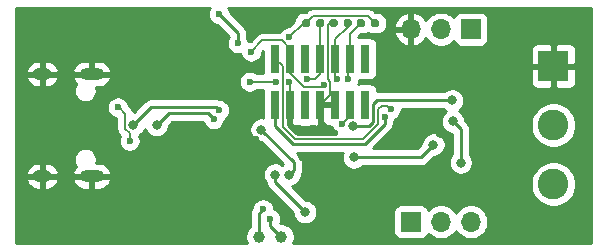
<source format=gbr>
%TF.GenerationSoftware,KiCad,Pcbnew,5.1.8*%
%TF.CreationDate,2020-12-05T00:24:13-05:00*%
%TF.ProjectId,cantankerous,63616e74-616e-46b6-9572-6f75732e6b69,rev?*%
%TF.SameCoordinates,Original*%
%TF.FileFunction,Copper,L2,Bot*%
%TF.FilePolarity,Positive*%
%FSLAX46Y46*%
G04 Gerber Fmt 4.6, Leading zero omitted, Abs format (unit mm)*
G04 Created by KiCad (PCBNEW 5.1.8) date 2020-12-05 00:24:13*
%MOMM*%
%LPD*%
G01*
G04 APERTURE LIST*
%TA.AperFunction,ComponentPad*%
%ADD10C,2.600000*%
%TD*%
%TA.AperFunction,ComponentPad*%
%ADD11R,2.600000X2.600000*%
%TD*%
%TA.AperFunction,ComponentPad*%
%ADD12C,1.000000*%
%TD*%
%TA.AperFunction,SMDPad,CuDef*%
%ADD13R,0.740000X2.400000*%
%TD*%
%TA.AperFunction,ComponentPad*%
%ADD14O,1.600000X1.000000*%
%TD*%
%TA.AperFunction,ComponentPad*%
%ADD15O,2.100000X1.000000*%
%TD*%
%TA.AperFunction,ComponentPad*%
%ADD16O,1.700000X1.700000*%
%TD*%
%TA.AperFunction,ComponentPad*%
%ADD17R,1.700000X1.700000*%
%TD*%
%TA.AperFunction,ViaPad*%
%ADD18C,0.800000*%
%TD*%
%TA.AperFunction,ViaPad*%
%ADD19C,0.600000*%
%TD*%
%TA.AperFunction,Conductor*%
%ADD20C,0.200000*%
%TD*%
%TA.AperFunction,Conductor*%
%ADD21C,0.127000*%
%TD*%
%TA.AperFunction,Conductor*%
%ADD22C,0.500000*%
%TD*%
%TA.AperFunction,Conductor*%
%ADD23C,0.375000*%
%TD*%
%TA.AperFunction,Conductor*%
%ADD24C,0.250000*%
%TD*%
%TA.AperFunction,Conductor*%
%ADD25C,0.254000*%
%TD*%
%TA.AperFunction,Conductor*%
%ADD26C,0.100000*%
%TD*%
G04 APERTURE END LIST*
D10*
%TO.P,J3,3*%
%TO.N,/CANL*%
X165989000Y-110410000D03*
%TO.P,J3,2*%
%TO.N,/CANH*%
X165989000Y-105410000D03*
D11*
%TO.P,J3,1*%
%TO.N,GND*%
X165989000Y-100410000D03*
%TD*%
D12*
%TO.P,Y2,1*%
%TO.N,Net-(C17-Pad1)*%
X141033500Y-114871500D03*
%TO.P,Y2,2*%
%TO.N,Net-(C18-Pad2)*%
X142933500Y-114871500D03*
%TD*%
D13*
%TO.P,J1,1*%
%TO.N,Net-(J1-Pad1)*%
X150050500Y-103695500D03*
%TO.P,J1,2*%
%TO.N,Net-(J1-Pad2)*%
X150050500Y-99795500D03*
%TO.P,J1,3*%
%TO.N,+3V3*%
X148780500Y-103695500D03*
%TO.P,J1,4*%
%TO.N,/SWDIO*%
X148780500Y-99795500D03*
%TO.P,J1,5*%
%TO.N,GND*%
X147510500Y-103695500D03*
%TO.P,J1,6*%
%TO.N,/SWCLK*%
X147510500Y-99795500D03*
%TO.P,J1,7*%
%TO.N,GND*%
X146240500Y-103695500D03*
%TO.P,J1,8*%
%TO.N,/SWO*%
X146240500Y-99795500D03*
%TO.P,J1,9*%
%TO.N,Net-(J1-Pad9)*%
X144970500Y-103695500D03*
%TO.P,J1,10*%
%TO.N,Net-(J1-Pad10)*%
X144970500Y-99795500D03*
%TO.P,J1,11*%
%TO.N,GND*%
X143700500Y-103695500D03*
%TO.P,J1,12*%
%TO.N,/~RESET*%
X143700500Y-99795500D03*
%TO.P,J1,13*%
%TO.N,/LPC_RX*%
X142430500Y-103695500D03*
%TO.P,J1,14*%
%TO.N,/LPC_TX*%
X142430500Y-99795500D03*
%TD*%
D14*
%TO.P,J2,S1*%
%TO.N,GND*%
X122711500Y-109730000D03*
X122711500Y-101090000D03*
D15*
X126891500Y-101090000D03*
X126891500Y-109730000D03*
%TD*%
D16*
%TO.P,BOOT,3*%
%TO.N,GND*%
X153924000Y-97282000D03*
%TO.P,BOOT,2*%
%TO.N,/ISP_BOOT*%
X156464000Y-97282000D03*
D17*
%TO.P,BOOT,1*%
%TO.N,Net-(JP1-Pad1)*%
X159004000Y-97282000D03*
%TD*%
%TO.P,TERM,1*%
%TO.N,Net-(JP2-Pad1)*%
X153924000Y-113601500D03*
D16*
%TO.P,TERM,2*%
%TO.N,/CANH*%
X156464000Y-113601500D03*
%TO.P,TERM,3*%
%TO.N,Net-(JP2-Pad3)*%
X159004000Y-113601500D03*
%TD*%
%TO.P,R3,2*%
%TO.N,GND*%
%TA.AperFunction,SMDPad,CuDef*%
G36*
G01*
X147741000Y-96614000D02*
X147741000Y-96934000D01*
G75*
G02*
X147581000Y-97094000I-160000J0D01*
G01*
X147186000Y-97094000D01*
G75*
G02*
X147026000Y-96934000I0J160000D01*
G01*
X147026000Y-96614000D01*
G75*
G02*
X147186000Y-96454000I160000J0D01*
G01*
X147581000Y-96454000D01*
G75*
G02*
X147741000Y-96614000I0J-160000D01*
G01*
G37*
%TD.AperFunction*%
%TO.P,R3,1*%
%TO.N,/SWCLK*%
%TA.AperFunction,SMDPad,CuDef*%
G36*
G01*
X148936000Y-96614000D02*
X148936000Y-96934000D01*
G75*
G02*
X148776000Y-97094000I-160000J0D01*
G01*
X148381000Y-97094000D01*
G75*
G02*
X148221000Y-96934000I0J160000D01*
G01*
X148221000Y-96614000D01*
G75*
G02*
X148381000Y-96454000I160000J0D01*
G01*
X148776000Y-96454000D01*
G75*
G02*
X148936000Y-96614000I0J-160000D01*
G01*
G37*
%TD.AperFunction*%
%TD*%
%TO.P,R4,1*%
%TO.N,+3V3*%
%TA.AperFunction,SMDPad,CuDef*%
G36*
G01*
X151233500Y-96614000D02*
X151233500Y-96934000D01*
G75*
G02*
X151073500Y-97094000I-160000J0D01*
G01*
X150678500Y-97094000D01*
G75*
G02*
X150518500Y-96934000I0J160000D01*
G01*
X150518500Y-96614000D01*
G75*
G02*
X150678500Y-96454000I160000J0D01*
G01*
X151073500Y-96454000D01*
G75*
G02*
X151233500Y-96614000I0J-160000D01*
G01*
G37*
%TD.AperFunction*%
%TO.P,R4,2*%
%TO.N,/SWDIO*%
%TA.AperFunction,SMDPad,CuDef*%
G36*
G01*
X150038500Y-96614000D02*
X150038500Y-96934000D01*
G75*
G02*
X149878500Y-97094000I-160000J0D01*
G01*
X149483500Y-97094000D01*
G75*
G02*
X149323500Y-96934000I0J160000D01*
G01*
X149323500Y-96614000D01*
G75*
G02*
X149483500Y-96454000I160000J0D01*
G01*
X149878500Y-96454000D01*
G75*
G02*
X150038500Y-96614000I0J-160000D01*
G01*
G37*
%TD.AperFunction*%
%TD*%
%TO.P,R5,2*%
%TO.N,/SWO*%
%TA.AperFunction,SMDPad,CuDef*%
G36*
G01*
X145883000Y-96934000D02*
X145883000Y-96614000D01*
G75*
G02*
X146043000Y-96454000I160000J0D01*
G01*
X146438000Y-96454000D01*
G75*
G02*
X146598000Y-96614000I0J-160000D01*
G01*
X146598000Y-96934000D01*
G75*
G02*
X146438000Y-97094000I-160000J0D01*
G01*
X146043000Y-97094000D01*
G75*
G02*
X145883000Y-96934000I0J160000D01*
G01*
G37*
%TD.AperFunction*%
%TO.P,R5,1*%
%TO.N,+3V3*%
%TA.AperFunction,SMDPad,CuDef*%
G36*
G01*
X144688000Y-96934000D02*
X144688000Y-96614000D01*
G75*
G02*
X144848000Y-96454000I160000J0D01*
G01*
X145243000Y-96454000D01*
G75*
G02*
X145403000Y-96614000I0J-160000D01*
G01*
X145403000Y-96934000D01*
G75*
G02*
X145243000Y-97094000I-160000J0D01*
G01*
X144848000Y-97094000D01*
G75*
G02*
X144688000Y-96934000I0J160000D01*
G01*
G37*
%TD.AperFunction*%
%TD*%
D18*
%TO.N,GND*%
X137668000Y-99568000D03*
X137668000Y-98234500D03*
X141033500Y-95885000D03*
X133350000Y-112014000D03*
X147066000Y-113919000D03*
X153225500Y-101981000D03*
X144780000Y-108077000D03*
X156400500Y-106108500D03*
D19*
X135318500Y-106553000D03*
X134366000Y-105410000D03*
X152760980Y-105918000D03*
X140906500Y-103060500D03*
X140779500Y-106553000D03*
X143637000Y-101727000D03*
X147510500Y-106045000D03*
X147256500Y-108013500D03*
X138430000Y-114046000D03*
X145097500Y-113982500D03*
X139573000Y-110680500D03*
X142367000Y-108331000D03*
D18*
%TO.N,+3V3*%
X157480000Y-105092500D03*
X144970500Y-112776000D03*
X142430500Y-109601000D03*
D19*
X148111177Y-105339110D03*
X143637000Y-97980500D03*
D18*
X158141510Y-108582319D03*
D19*
%TO.N,Net-(C17-Pad1)*%
X141404990Y-112528341D03*
%TO.N,Net-(C18-Pad2)*%
X141986000Y-113347500D03*
%TO.N,/SWDIO*%
X148590000Y-101536500D03*
%TO.N,/SWCLK*%
X147647003Y-101549524D03*
%TO.N,/SWO*%
X140271500Y-101727000D03*
X142494000Y-101727000D03*
X145097688Y-101537043D03*
%TO.N,/~RESET*%
X140398500Y-99187000D03*
X146548010Y-101995488D03*
%TO.N,/LPC_RX*%
X151697522Y-104689620D03*
%TO.N,/LPC_TX*%
X152197553Y-104061024D03*
%TO.N,Net-(J2-PadA5)*%
X130111500Y-106743500D03*
X129104888Y-103910515D03*
D18*
%TO.N,/ISP_BOOT*%
X157416500Y-103314500D03*
X149041577Y-105508490D03*
D19*
%TO.N,/ACT*%
X139255500Y-98488500D03*
X137668000Y-96012000D03*
D18*
%TO.N,/FUSED_5V*%
X155829000Y-107061000D03*
X149098000Y-108140500D03*
X143637000Y-109601000D03*
X141270120Y-105798472D03*
%TO.N,/USB_D+*%
X130429000Y-105385010D03*
D19*
X137668000Y-104140000D03*
D18*
%TO.N,/USB_D-*%
X132397500Y-105410000D03*
D19*
X137223500Y-104902000D03*
%TD*%
D20*
%TO.N,GND*%
X140779500Y-106553000D02*
X140779500Y-107632500D01*
D21*
X143700500Y-101790500D02*
X143637000Y-101727000D01*
X143700500Y-103695500D02*
X143700500Y-101790500D01*
D22*
X143700500Y-105395500D02*
X143700500Y-103695500D01*
X144350000Y-106045000D02*
X143700500Y-105395500D01*
D23*
X146240500Y-103695500D02*
X146240500Y-104965500D01*
D22*
X147320000Y-106045000D02*
X144350000Y-106045000D01*
D23*
X146240500Y-104965500D02*
X147320000Y-106045000D01*
D22*
X147510500Y-106045000D02*
X147320000Y-106045000D01*
D21*
X147111512Y-102824488D02*
X146240500Y-103695500D01*
X147383500Y-96774000D02*
X147026000Y-96774000D01*
X147026000Y-96774000D02*
X146875500Y-96924500D01*
X147111512Y-101725006D02*
X147111512Y-102824488D01*
X146875500Y-96924500D02*
X146875500Y-101488994D01*
X146875500Y-101488994D02*
X147111512Y-101725006D01*
D24*
%TO.N,+3V3*%
X144970500Y-112776000D02*
X142430500Y-110236000D01*
X142430500Y-110236000D02*
X142430500Y-109601000D01*
D21*
X148780500Y-104669787D02*
X148111177Y-105339110D01*
X148780500Y-103695500D02*
X148780500Y-104669787D01*
X145629010Y-96190490D02*
X145045500Y-96774000D01*
X150292490Y-96190490D02*
X145629010Y-96190490D01*
X150876000Y-96774000D02*
X150292490Y-96190490D01*
X144843500Y-96774000D02*
X143637000Y-97980500D01*
X145045500Y-96774000D02*
X144843500Y-96774000D01*
D24*
X157480000Y-105092500D02*
X158141510Y-105754010D01*
X158141510Y-105754010D02*
X158141510Y-108582319D01*
%TO.N,Net-(C17-Pad1)*%
X141033500Y-112899831D02*
X141404990Y-112528341D01*
X141033500Y-114871500D02*
X141033500Y-112899831D01*
%TO.N,Net-(C18-Pad2)*%
X141986000Y-113924000D02*
X142933500Y-114871500D01*
X141986000Y-113347500D02*
X141986000Y-113924000D01*
D21*
%TO.N,/SWDIO*%
X148590000Y-99986000D02*
X148780500Y-99795500D01*
X148590000Y-101536500D02*
X148590000Y-99986000D01*
X148780500Y-97674500D02*
X148780500Y-99795500D01*
X149681000Y-96774000D02*
X148780500Y-97674500D01*
%TO.N,/SWCLK*%
X148578500Y-96774000D02*
X148578500Y-97094000D01*
X148578500Y-97094000D02*
X147510500Y-98162000D01*
X147510500Y-98162000D02*
X147510500Y-99795500D01*
X147510500Y-99795500D02*
X147510500Y-101413021D01*
X147510500Y-101413021D02*
X147647003Y-101549524D01*
%TO.N,/SWO*%
X140271500Y-101727000D02*
X142494000Y-101727000D01*
X146240500Y-96774000D02*
X146240500Y-99795500D01*
X145825957Y-101537043D02*
X145097688Y-101537043D01*
X146240500Y-99795500D02*
X146240500Y-101122500D01*
X146240500Y-101122500D02*
X145825957Y-101537043D01*
%TO.N,/~RESET*%
X143700500Y-99795500D02*
X143700500Y-98965500D01*
X141351000Y-98234500D02*
X140398500Y-99187000D01*
X143700500Y-98965500D02*
X142969500Y-98234500D01*
X142969500Y-98234500D02*
X141351000Y-98234500D01*
X143700500Y-100973839D02*
X144870066Y-102143405D01*
X144870066Y-102143405D02*
X146400093Y-102143405D01*
X146400093Y-102143405D02*
X146548010Y-101995488D01*
X143700500Y-99795500D02*
X143700500Y-100973839D01*
D24*
%TO.N,/LPC_RX*%
X150001353Y-106998522D02*
X151697522Y-105302354D01*
X142430500Y-103695500D02*
X142430500Y-105451437D01*
X151697522Y-105302354D02*
X151697522Y-104689620D01*
X142430500Y-105451437D02*
X143977585Y-106998522D01*
X143977585Y-106998522D02*
X150001353Y-106998522D01*
D21*
%TO.N,/LPC_TX*%
X149840427Y-106610011D02*
X144138511Y-106610011D01*
X151134010Y-105316428D02*
X149840427Y-106610011D01*
X151134011Y-104061024D02*
X151134010Y-105316428D01*
X152197553Y-104061024D02*
X151897554Y-103761025D01*
X151897554Y-103761025D02*
X151434010Y-103761025D01*
X151434010Y-103761025D02*
X151134011Y-104061024D01*
X143064001Y-100429001D02*
X142430500Y-99795500D01*
X143064001Y-105535501D02*
X143064001Y-100429001D01*
X144138511Y-106610011D02*
X143064001Y-105535501D01*
D20*
%TO.N,Net-(J2-PadA5)*%
X129728999Y-105721011D02*
X129728999Y-104455999D01*
X130111500Y-106103512D02*
X129728999Y-105721011D01*
X130111500Y-106743500D02*
X130111500Y-106103512D01*
X129183515Y-103910515D02*
X129104888Y-103910515D01*
X129728999Y-104455999D02*
X129183515Y-103910515D01*
D24*
%TO.N,/ISP_BOOT*%
X151025064Y-103314500D02*
X150745501Y-103594063D01*
X150392512Y-105508490D02*
X149041577Y-105508490D01*
X150745501Y-105155501D02*
X150392512Y-105508490D01*
X150745501Y-103594063D02*
X150745501Y-105155501D01*
X157416500Y-103314500D02*
X151025064Y-103314500D01*
%TO.N,/ACT*%
X139255500Y-97599500D02*
X137668000Y-96012000D01*
X139255500Y-98488500D02*
X139255500Y-97599500D01*
%TO.N,/FUSED_5V*%
X155829000Y-107061000D02*
X154749500Y-108140500D01*
X154749500Y-108140500D02*
X149098000Y-108140500D01*
X144036999Y-108565351D02*
X141270120Y-105798472D01*
X144036999Y-109201001D02*
X144036999Y-108565351D01*
X143637000Y-109601000D02*
X144036999Y-109201001D01*
%TO.N,/USB_D+*%
X130429000Y-105385010D02*
X131921809Y-103892201D01*
X137420201Y-103892201D02*
X131921809Y-103892201D01*
X137668000Y-104140000D02*
X137420201Y-103892201D01*
%TO.N,/USB_D-*%
X132397500Y-105410000D02*
X133404343Y-104403157D01*
X136724657Y-104403157D02*
X133404343Y-104403157D01*
X137223500Y-104902000D02*
X136724657Y-104403157D01*
%TD*%
D25*
%TO.N,GND*%
X136839414Y-95569111D02*
X136768932Y-95739271D01*
X136733000Y-95919911D01*
X136733000Y-96104089D01*
X136768932Y-96284729D01*
X136839414Y-96454889D01*
X136941738Y-96608028D01*
X137071972Y-96738262D01*
X137225111Y-96840586D01*
X137395271Y-96911068D01*
X137516351Y-96935153D01*
X138495500Y-97914302D01*
X138495500Y-97942965D01*
X138426914Y-98045611D01*
X138356432Y-98215771D01*
X138320500Y-98396411D01*
X138320500Y-98580589D01*
X138356432Y-98761229D01*
X138426914Y-98931389D01*
X138529238Y-99084528D01*
X138659472Y-99214762D01*
X138812611Y-99317086D01*
X138982771Y-99387568D01*
X139163411Y-99423500D01*
X139347589Y-99423500D01*
X139486720Y-99395825D01*
X139499432Y-99459729D01*
X139569914Y-99629889D01*
X139672238Y-99783028D01*
X139802472Y-99913262D01*
X139955611Y-100015586D01*
X140125771Y-100086068D01*
X140306411Y-100122000D01*
X140490589Y-100122000D01*
X140671229Y-100086068D01*
X140841389Y-100015586D01*
X140994528Y-99913262D01*
X141124762Y-99783028D01*
X141227086Y-99629889D01*
X141297568Y-99459729D01*
X141333500Y-99279089D01*
X141333500Y-99239827D01*
X141422428Y-99150900D01*
X141422428Y-100995500D01*
X141425678Y-101028500D01*
X140895290Y-101028500D01*
X140867528Y-101000738D01*
X140714389Y-100898414D01*
X140544229Y-100827932D01*
X140363589Y-100792000D01*
X140179411Y-100792000D01*
X139998771Y-100827932D01*
X139828611Y-100898414D01*
X139675472Y-101000738D01*
X139545238Y-101130972D01*
X139442914Y-101284111D01*
X139372432Y-101454271D01*
X139336500Y-101634911D01*
X139336500Y-101819089D01*
X139372432Y-101999729D01*
X139442914Y-102169889D01*
X139545238Y-102323028D01*
X139675472Y-102453262D01*
X139828611Y-102555586D01*
X139998771Y-102626068D01*
X140179411Y-102662000D01*
X140363589Y-102662000D01*
X140544229Y-102626068D01*
X140714389Y-102555586D01*
X140867528Y-102453262D01*
X140895290Y-102425500D01*
X141429322Y-102425500D01*
X141422428Y-102495500D01*
X141422428Y-104773491D01*
X141372059Y-104763472D01*
X141168181Y-104763472D01*
X140968222Y-104803246D01*
X140779864Y-104881267D01*
X140610346Y-104994535D01*
X140466183Y-105138698D01*
X140352915Y-105308216D01*
X140274894Y-105496574D01*
X140235120Y-105696533D01*
X140235120Y-105900411D01*
X140274894Y-106100370D01*
X140352915Y-106288728D01*
X140466183Y-106458246D01*
X140610346Y-106602409D01*
X140779864Y-106715677D01*
X140968222Y-106793698D01*
X141168181Y-106833472D01*
X141230319Y-106833472D01*
X143107118Y-108710272D01*
X143033750Y-108759295D01*
X142920756Y-108683795D01*
X142732398Y-108605774D01*
X142532439Y-108566000D01*
X142328561Y-108566000D01*
X142128602Y-108605774D01*
X141940244Y-108683795D01*
X141770726Y-108797063D01*
X141626563Y-108941226D01*
X141513295Y-109110744D01*
X141435274Y-109299102D01*
X141395500Y-109499061D01*
X141395500Y-109702939D01*
X141435274Y-109902898D01*
X141513295Y-110091256D01*
X141626563Y-110260774D01*
X141673928Y-110308139D01*
X141681497Y-110384985D01*
X141699024Y-110442764D01*
X141724954Y-110528246D01*
X141795526Y-110660276D01*
X141835371Y-110708826D01*
X141890499Y-110776001D01*
X141919503Y-110799804D01*
X143935500Y-112815803D01*
X143935500Y-112877939D01*
X143975274Y-113077898D01*
X144053295Y-113266256D01*
X144166563Y-113435774D01*
X144310726Y-113579937D01*
X144480244Y-113693205D01*
X144668602Y-113771226D01*
X144868561Y-113811000D01*
X145072439Y-113811000D01*
X145272398Y-113771226D01*
X145460756Y-113693205D01*
X145630274Y-113579937D01*
X145774437Y-113435774D01*
X145887705Y-113266256D01*
X145965726Y-113077898D01*
X146005500Y-112877939D01*
X146005500Y-112751500D01*
X152435928Y-112751500D01*
X152435928Y-114451500D01*
X152448188Y-114575982D01*
X152484498Y-114695680D01*
X152543463Y-114805994D01*
X152622815Y-114902685D01*
X152719506Y-114982037D01*
X152829820Y-115041002D01*
X152949518Y-115077312D01*
X153074000Y-115089572D01*
X154774000Y-115089572D01*
X154898482Y-115077312D01*
X155018180Y-115041002D01*
X155128494Y-114982037D01*
X155225185Y-114902685D01*
X155304537Y-114805994D01*
X155363502Y-114695680D01*
X155385513Y-114623120D01*
X155517368Y-114754975D01*
X155760589Y-114917490D01*
X156030842Y-115029432D01*
X156317740Y-115086500D01*
X156610260Y-115086500D01*
X156897158Y-115029432D01*
X157167411Y-114917490D01*
X157410632Y-114754975D01*
X157617475Y-114548132D01*
X157734000Y-114373740D01*
X157850525Y-114548132D01*
X158057368Y-114754975D01*
X158300589Y-114917490D01*
X158570842Y-115029432D01*
X158857740Y-115086500D01*
X159150260Y-115086500D01*
X159437158Y-115029432D01*
X159707411Y-114917490D01*
X159950632Y-114754975D01*
X160157475Y-114548132D01*
X160319990Y-114304911D01*
X160431932Y-114034658D01*
X160489000Y-113747760D01*
X160489000Y-113455240D01*
X160431932Y-113168342D01*
X160319990Y-112898089D01*
X160157475Y-112654868D01*
X159950632Y-112448025D01*
X159707411Y-112285510D01*
X159437158Y-112173568D01*
X159150260Y-112116500D01*
X158857740Y-112116500D01*
X158570842Y-112173568D01*
X158300589Y-112285510D01*
X158057368Y-112448025D01*
X157850525Y-112654868D01*
X157734000Y-112829260D01*
X157617475Y-112654868D01*
X157410632Y-112448025D01*
X157167411Y-112285510D01*
X156897158Y-112173568D01*
X156610260Y-112116500D01*
X156317740Y-112116500D01*
X156030842Y-112173568D01*
X155760589Y-112285510D01*
X155517368Y-112448025D01*
X155385513Y-112579880D01*
X155363502Y-112507320D01*
X155304537Y-112397006D01*
X155225185Y-112300315D01*
X155128494Y-112220963D01*
X155018180Y-112161998D01*
X154898482Y-112125688D01*
X154774000Y-112113428D01*
X153074000Y-112113428D01*
X152949518Y-112125688D01*
X152829820Y-112161998D01*
X152719506Y-112220963D01*
X152622815Y-112300315D01*
X152543463Y-112397006D01*
X152484498Y-112507320D01*
X152448188Y-112627018D01*
X152435928Y-112751500D01*
X146005500Y-112751500D01*
X146005500Y-112674061D01*
X145965726Y-112474102D01*
X145887705Y-112285744D01*
X145774437Y-112116226D01*
X145630274Y-111972063D01*
X145460756Y-111858795D01*
X145272398Y-111780774D01*
X145072439Y-111741000D01*
X145010303Y-111741000D01*
X143877701Y-110608399D01*
X143938898Y-110596226D01*
X144127256Y-110518205D01*
X144296774Y-110404937D01*
X144440937Y-110260774D01*
X144468569Y-110219419D01*
X164054000Y-110219419D01*
X164054000Y-110600581D01*
X164128361Y-110974419D01*
X164274225Y-111326566D01*
X164485987Y-111643491D01*
X164755509Y-111913013D01*
X165072434Y-112124775D01*
X165424581Y-112270639D01*
X165798419Y-112345000D01*
X166179581Y-112345000D01*
X166553419Y-112270639D01*
X166905566Y-112124775D01*
X167222491Y-111913013D01*
X167492013Y-111643491D01*
X167703775Y-111326566D01*
X167849639Y-110974419D01*
X167924000Y-110600581D01*
X167924000Y-110219419D01*
X167849639Y-109845581D01*
X167703775Y-109493434D01*
X167492013Y-109176509D01*
X167222491Y-108906987D01*
X166905566Y-108695225D01*
X166553419Y-108549361D01*
X166179581Y-108475000D01*
X165798419Y-108475000D01*
X165424581Y-108549361D01*
X165072434Y-108695225D01*
X164755509Y-108906987D01*
X164485987Y-109176509D01*
X164274225Y-109493434D01*
X164128361Y-109845581D01*
X164054000Y-110219419D01*
X144468569Y-110219419D01*
X144554205Y-110091256D01*
X144632226Y-109902898D01*
X144672000Y-109702939D01*
X144672000Y-109625226D01*
X144742545Y-109493248D01*
X144786002Y-109349987D01*
X144796999Y-109238334D01*
X144796999Y-109238324D01*
X144800675Y-109201002D01*
X144796999Y-109163679D01*
X144796999Y-108602674D01*
X144800675Y-108565351D01*
X144796999Y-108528028D01*
X144796999Y-108528018D01*
X144786002Y-108416365D01*
X144742545Y-108273104D01*
X144671973Y-108141075D01*
X144577000Y-108025350D01*
X144548002Y-108001552D01*
X144304972Y-107758522D01*
X148135944Y-107758522D01*
X148102774Y-107838602D01*
X148063000Y-108038561D01*
X148063000Y-108242439D01*
X148102774Y-108442398D01*
X148180795Y-108630756D01*
X148294063Y-108800274D01*
X148438226Y-108944437D01*
X148607744Y-109057705D01*
X148796102Y-109135726D01*
X148996061Y-109175500D01*
X149199939Y-109175500D01*
X149399898Y-109135726D01*
X149588256Y-109057705D01*
X149757774Y-108944437D01*
X149801711Y-108900500D01*
X154712178Y-108900500D01*
X154749500Y-108904176D01*
X154786822Y-108900500D01*
X154786833Y-108900500D01*
X154898486Y-108889503D01*
X155041747Y-108846046D01*
X155173776Y-108775474D01*
X155289501Y-108680501D01*
X155313304Y-108651498D01*
X155868802Y-108096000D01*
X155930939Y-108096000D01*
X156130898Y-108056226D01*
X156319256Y-107978205D01*
X156488774Y-107864937D01*
X156632937Y-107720774D01*
X156746205Y-107551256D01*
X156824226Y-107362898D01*
X156864000Y-107162939D01*
X156864000Y-106959061D01*
X156824226Y-106759102D01*
X156746205Y-106570744D01*
X156632937Y-106401226D01*
X156488774Y-106257063D01*
X156319256Y-106143795D01*
X156130898Y-106065774D01*
X155930939Y-106026000D01*
X155727061Y-106026000D01*
X155527102Y-106065774D01*
X155338744Y-106143795D01*
X155169226Y-106257063D01*
X155025063Y-106401226D01*
X154911795Y-106570744D01*
X154833774Y-106759102D01*
X154794000Y-106959061D01*
X154794000Y-107021198D01*
X154434699Y-107380500D01*
X150694176Y-107380500D01*
X152208531Y-105866148D01*
X152237523Y-105842355D01*
X152261317Y-105813362D01*
X152261321Y-105813358D01*
X152332495Y-105726631D01*
X152332496Y-105726630D01*
X152403068Y-105594601D01*
X152446525Y-105451340D01*
X152457522Y-105339687D01*
X152457522Y-105339678D01*
X152461198Y-105302355D01*
X152457522Y-105265032D01*
X152457522Y-105235155D01*
X152526108Y-105132509D01*
X152596590Y-104962349D01*
X152608421Y-104902874D01*
X152640442Y-104889610D01*
X152793581Y-104787286D01*
X152923815Y-104657052D01*
X153026139Y-104503913D01*
X153096621Y-104333753D01*
X153132553Y-104153113D01*
X153132553Y-104074500D01*
X156712789Y-104074500D01*
X156756726Y-104118437D01*
X156915782Y-104224715D01*
X156820226Y-104288563D01*
X156676063Y-104432726D01*
X156562795Y-104602244D01*
X156484774Y-104790602D01*
X156445000Y-104990561D01*
X156445000Y-105194439D01*
X156484774Y-105394398D01*
X156562795Y-105582756D01*
X156676063Y-105752274D01*
X156820226Y-105896437D01*
X156989744Y-106009705D01*
X157178102Y-106087726D01*
X157378061Y-106127500D01*
X157381510Y-106127500D01*
X157381511Y-107878607D01*
X157337573Y-107922545D01*
X157224305Y-108092063D01*
X157146284Y-108280421D01*
X157106510Y-108480380D01*
X157106510Y-108684258D01*
X157146284Y-108884217D01*
X157224305Y-109072575D01*
X157337573Y-109242093D01*
X157481736Y-109386256D01*
X157651254Y-109499524D01*
X157839612Y-109577545D01*
X158039571Y-109617319D01*
X158243449Y-109617319D01*
X158443408Y-109577545D01*
X158631766Y-109499524D01*
X158801284Y-109386256D01*
X158945447Y-109242093D01*
X159058715Y-109072575D01*
X159136736Y-108884217D01*
X159176510Y-108684258D01*
X159176510Y-108480380D01*
X159136736Y-108280421D01*
X159058715Y-108092063D01*
X158945447Y-107922545D01*
X158901510Y-107878608D01*
X158901510Y-105791332D01*
X158905186Y-105754009D01*
X158901510Y-105716686D01*
X158901510Y-105716677D01*
X158890513Y-105605024D01*
X158847056Y-105461763D01*
X158776484Y-105329734D01*
X158758825Y-105308216D01*
X158705309Y-105243006D01*
X158705305Y-105243002D01*
X158685951Y-105219419D01*
X164054000Y-105219419D01*
X164054000Y-105600581D01*
X164128361Y-105974419D01*
X164274225Y-106326566D01*
X164485987Y-106643491D01*
X164755509Y-106913013D01*
X165072434Y-107124775D01*
X165424581Y-107270639D01*
X165798419Y-107345000D01*
X166179581Y-107345000D01*
X166553419Y-107270639D01*
X166905566Y-107124775D01*
X167222491Y-106913013D01*
X167492013Y-106643491D01*
X167703775Y-106326566D01*
X167849639Y-105974419D01*
X167924000Y-105600581D01*
X167924000Y-105219419D01*
X167849639Y-104845581D01*
X167703775Y-104493434D01*
X167492013Y-104176509D01*
X167222491Y-103906987D01*
X166905566Y-103695225D01*
X166553419Y-103549361D01*
X166179581Y-103475000D01*
X165798419Y-103475000D01*
X165424581Y-103549361D01*
X165072434Y-103695225D01*
X164755509Y-103906987D01*
X164485987Y-104176509D01*
X164274225Y-104493434D01*
X164128361Y-104845581D01*
X164054000Y-105219419D01*
X158685951Y-105219419D01*
X158681511Y-105214009D01*
X158652519Y-105190216D01*
X158515000Y-105052698D01*
X158515000Y-104990561D01*
X158475226Y-104790602D01*
X158397205Y-104602244D01*
X158283937Y-104432726D01*
X158139774Y-104288563D01*
X157980718Y-104182285D01*
X158076274Y-104118437D01*
X158220437Y-103974274D01*
X158333705Y-103804756D01*
X158411726Y-103616398D01*
X158451500Y-103416439D01*
X158451500Y-103212561D01*
X158411726Y-103012602D01*
X158333705Y-102824244D01*
X158220437Y-102654726D01*
X158076274Y-102510563D01*
X157906756Y-102397295D01*
X157718398Y-102319274D01*
X157518439Y-102279500D01*
X157314561Y-102279500D01*
X157114602Y-102319274D01*
X156926244Y-102397295D01*
X156756726Y-102510563D01*
X156712789Y-102554500D01*
X151062389Y-102554500D01*
X151058572Y-102554124D01*
X151058572Y-102495500D01*
X151046312Y-102371018D01*
X151010002Y-102251320D01*
X150951037Y-102141006D01*
X150871685Y-102044315D01*
X150774994Y-101964963D01*
X150664680Y-101905998D01*
X150544982Y-101869688D01*
X150420500Y-101857428D01*
X149680500Y-101857428D01*
X149556018Y-101869688D01*
X149450805Y-101901604D01*
X149489068Y-101809229D01*
X149508806Y-101710000D01*
X164050928Y-101710000D01*
X164063188Y-101834482D01*
X164099498Y-101954180D01*
X164158463Y-102064494D01*
X164237815Y-102161185D01*
X164334506Y-102240537D01*
X164444820Y-102299502D01*
X164564518Y-102335812D01*
X164689000Y-102348072D01*
X165703250Y-102345000D01*
X165862000Y-102186250D01*
X165862000Y-100537000D01*
X166116000Y-100537000D01*
X166116000Y-102186250D01*
X166274750Y-102345000D01*
X167289000Y-102348072D01*
X167413482Y-102335812D01*
X167533180Y-102299502D01*
X167643494Y-102240537D01*
X167740185Y-102161185D01*
X167819537Y-102064494D01*
X167878502Y-101954180D01*
X167914812Y-101834482D01*
X167927072Y-101710000D01*
X167924000Y-100695750D01*
X167765250Y-100537000D01*
X166116000Y-100537000D01*
X165862000Y-100537000D01*
X164212750Y-100537000D01*
X164054000Y-100695750D01*
X164050928Y-101710000D01*
X149508806Y-101710000D01*
X149525000Y-101628589D01*
X149525000Y-101611903D01*
X149556018Y-101621312D01*
X149680500Y-101633572D01*
X150420500Y-101633572D01*
X150544982Y-101621312D01*
X150664680Y-101585002D01*
X150774994Y-101526037D01*
X150871685Y-101446685D01*
X150951037Y-101349994D01*
X151010002Y-101239680D01*
X151046312Y-101119982D01*
X151058572Y-100995500D01*
X151058572Y-99110000D01*
X164050928Y-99110000D01*
X164054000Y-100124250D01*
X164212750Y-100283000D01*
X165862000Y-100283000D01*
X165862000Y-98633750D01*
X166116000Y-98633750D01*
X166116000Y-100283000D01*
X167765250Y-100283000D01*
X167924000Y-100124250D01*
X167927072Y-99110000D01*
X167914812Y-98985518D01*
X167878502Y-98865820D01*
X167819537Y-98755506D01*
X167740185Y-98658815D01*
X167643494Y-98579463D01*
X167533180Y-98520498D01*
X167413482Y-98484188D01*
X167289000Y-98471928D01*
X166274750Y-98475000D01*
X166116000Y-98633750D01*
X165862000Y-98633750D01*
X165703250Y-98475000D01*
X164689000Y-98471928D01*
X164564518Y-98484188D01*
X164444820Y-98520498D01*
X164334506Y-98579463D01*
X164237815Y-98658815D01*
X164158463Y-98755506D01*
X164099498Y-98865820D01*
X164063188Y-98985518D01*
X164050928Y-99110000D01*
X151058572Y-99110000D01*
X151058572Y-98595500D01*
X151046312Y-98471018D01*
X151010002Y-98351320D01*
X150951037Y-98241006D01*
X150871685Y-98144315D01*
X150774994Y-98064963D01*
X150664680Y-98005998D01*
X150544982Y-97969688D01*
X150420500Y-97957428D01*
X149680500Y-97957428D01*
X149556018Y-97969688D01*
X149479000Y-97993051D01*
X149479000Y-97963827D01*
X149710755Y-97732072D01*
X149878500Y-97732072D01*
X150034196Y-97716737D01*
X150183909Y-97671322D01*
X150278500Y-97620763D01*
X150373091Y-97671322D01*
X150522804Y-97716737D01*
X150678500Y-97732072D01*
X151073500Y-97732072D01*
X151229196Y-97716737D01*
X151378909Y-97671322D01*
X151439583Y-97638891D01*
X152482519Y-97638891D01*
X152579843Y-97913252D01*
X152728822Y-98163355D01*
X152923731Y-98379588D01*
X153157080Y-98553641D01*
X153419901Y-98678825D01*
X153567110Y-98723476D01*
X153797000Y-98602155D01*
X153797000Y-97409000D01*
X152603186Y-97409000D01*
X152482519Y-97638891D01*
X151439583Y-97638891D01*
X151516885Y-97597573D01*
X151637822Y-97498322D01*
X151737073Y-97377385D01*
X151810822Y-97239409D01*
X151856237Y-97089696D01*
X151871572Y-96934000D01*
X151871572Y-96925109D01*
X152482519Y-96925109D01*
X152603186Y-97155000D01*
X153797000Y-97155000D01*
X153797000Y-95961845D01*
X154051000Y-95961845D01*
X154051000Y-97155000D01*
X154071000Y-97155000D01*
X154071000Y-97409000D01*
X154051000Y-97409000D01*
X154051000Y-98602155D01*
X154280890Y-98723476D01*
X154428099Y-98678825D01*
X154690920Y-98553641D01*
X154924269Y-98379588D01*
X155119178Y-98163355D01*
X155188805Y-98046466D01*
X155310525Y-98228632D01*
X155517368Y-98435475D01*
X155760589Y-98597990D01*
X156030842Y-98709932D01*
X156317740Y-98767000D01*
X156610260Y-98767000D01*
X156897158Y-98709932D01*
X157167411Y-98597990D01*
X157410632Y-98435475D01*
X157542487Y-98303620D01*
X157564498Y-98376180D01*
X157623463Y-98486494D01*
X157702815Y-98583185D01*
X157799506Y-98662537D01*
X157909820Y-98721502D01*
X158029518Y-98757812D01*
X158154000Y-98770072D01*
X159854000Y-98770072D01*
X159978482Y-98757812D01*
X160098180Y-98721502D01*
X160208494Y-98662537D01*
X160305185Y-98583185D01*
X160384537Y-98486494D01*
X160443502Y-98376180D01*
X160479812Y-98256482D01*
X160492072Y-98132000D01*
X160492072Y-96432000D01*
X160479812Y-96307518D01*
X160443502Y-96187820D01*
X160384537Y-96077506D01*
X160305185Y-95980815D01*
X160208494Y-95901463D01*
X160098180Y-95842498D01*
X159978482Y-95806188D01*
X159854000Y-95793928D01*
X158154000Y-95793928D01*
X158029518Y-95806188D01*
X157909820Y-95842498D01*
X157799506Y-95901463D01*
X157702815Y-95980815D01*
X157623463Y-96077506D01*
X157564498Y-96187820D01*
X157542487Y-96260380D01*
X157410632Y-96128525D01*
X157167411Y-95966010D01*
X156897158Y-95854068D01*
X156610260Y-95797000D01*
X156317740Y-95797000D01*
X156030842Y-95854068D01*
X155760589Y-95966010D01*
X155517368Y-96128525D01*
X155310525Y-96335368D01*
X155188805Y-96517534D01*
X155119178Y-96400645D01*
X154924269Y-96184412D01*
X154690920Y-96010359D01*
X154428099Y-95885175D01*
X154280890Y-95840524D01*
X154051000Y-95961845D01*
X153797000Y-95961845D01*
X153567110Y-95840524D01*
X153419901Y-95885175D01*
X153157080Y-96010359D01*
X152923731Y-96184412D01*
X152728822Y-96400645D01*
X152579843Y-96650748D01*
X152482519Y-96925109D01*
X151871572Y-96925109D01*
X151871572Y-96614000D01*
X151856237Y-96458304D01*
X151810822Y-96308591D01*
X151737073Y-96170615D01*
X151637822Y-96049678D01*
X151516885Y-95950427D01*
X151378909Y-95876678D01*
X151229196Y-95831263D01*
X151073500Y-95815928D01*
X150905755Y-95815928D01*
X150810665Y-95720838D01*
X150788793Y-95694187D01*
X150682433Y-95606899D01*
X150561087Y-95542038D01*
X150429420Y-95502097D01*
X150326799Y-95491990D01*
X150326788Y-95491990D01*
X150292490Y-95488612D01*
X150258192Y-95491990D01*
X145663308Y-95491990D01*
X145629010Y-95488612D01*
X145594712Y-95491990D01*
X145594701Y-95491990D01*
X145492080Y-95502097D01*
X145360413Y-95542038D01*
X145309763Y-95569111D01*
X145239066Y-95606899D01*
X145159356Y-95672316D01*
X145159353Y-95672319D01*
X145132707Y-95694187D01*
X145110839Y-95720833D01*
X145015744Y-95815928D01*
X144848000Y-95815928D01*
X144692304Y-95831263D01*
X144542591Y-95876678D01*
X144404615Y-95950427D01*
X144283678Y-96049678D01*
X144184427Y-96170615D01*
X144110678Y-96308591D01*
X144065263Y-96458304D01*
X144053671Y-96576002D01*
X143584173Y-97045500D01*
X143544911Y-97045500D01*
X143364271Y-97081432D01*
X143194111Y-97151914D01*
X143040972Y-97254238D01*
X142910738Y-97384472D01*
X142809490Y-97536000D01*
X141385297Y-97536000D01*
X141350999Y-97532622D01*
X141316701Y-97536000D01*
X141316691Y-97536000D01*
X141214070Y-97546107D01*
X141082403Y-97586048D01*
X141082401Y-97586049D01*
X140961056Y-97650909D01*
X140881345Y-97716327D01*
X140854697Y-97738197D01*
X140832829Y-97764843D01*
X140345673Y-98252000D01*
X140306411Y-98252000D01*
X140167280Y-98279675D01*
X140154568Y-98215771D01*
X140084086Y-98045611D01*
X140015500Y-97942965D01*
X140015500Y-97636822D01*
X140019176Y-97599499D01*
X140015500Y-97562176D01*
X140015500Y-97562167D01*
X140004503Y-97450514D01*
X139961046Y-97307253D01*
X139941296Y-97270303D01*
X139890474Y-97175223D01*
X139821832Y-97091583D01*
X139795501Y-97059499D01*
X139766503Y-97035701D01*
X138591153Y-95860351D01*
X138567068Y-95739271D01*
X138496586Y-95569111D01*
X138427355Y-95465500D01*
X169202500Y-95465500D01*
X169202501Y-115354500D01*
X143961950Y-115354500D01*
X144024883Y-115202567D01*
X144068500Y-114983288D01*
X144068500Y-114759712D01*
X144024883Y-114540433D01*
X143939324Y-114333876D01*
X143815112Y-114147980D01*
X143657020Y-113989888D01*
X143471124Y-113865676D01*
X143264567Y-113780117D01*
X143045288Y-113736500D01*
X142873301Y-113736500D01*
X142847567Y-113710766D01*
X142885068Y-113620229D01*
X142921000Y-113439589D01*
X142921000Y-113255411D01*
X142885068Y-113074771D01*
X142814586Y-112904611D01*
X142712262Y-112751472D01*
X142582028Y-112621238D01*
X142428889Y-112518914D01*
X142339990Y-112482091D01*
X142339990Y-112436252D01*
X142304058Y-112255612D01*
X142233576Y-112085452D01*
X142131252Y-111932313D01*
X142001018Y-111802079D01*
X141847879Y-111699755D01*
X141677719Y-111629273D01*
X141497079Y-111593341D01*
X141312901Y-111593341D01*
X141132261Y-111629273D01*
X140962101Y-111699755D01*
X140808962Y-111802079D01*
X140678728Y-111932313D01*
X140576404Y-112085452D01*
X140505922Y-112255612D01*
X140482533Y-112373193D01*
X140469702Y-112388828D01*
X140469701Y-112388829D01*
X140398526Y-112475555D01*
X140327954Y-112607585D01*
X140307790Y-112674061D01*
X140284498Y-112750845D01*
X140282021Y-112775999D01*
X140269824Y-112899831D01*
X140273501Y-112937163D01*
X140273500Y-114026368D01*
X140151888Y-114147980D01*
X140027676Y-114333876D01*
X139942117Y-114540433D01*
X139898500Y-114759712D01*
X139898500Y-114983288D01*
X139942117Y-115202567D01*
X140005050Y-115354500D01*
X120484500Y-115354500D01*
X120484500Y-110031874D01*
X121317381Y-110031874D01*
X121397224Y-110254976D01*
X121519131Y-110442764D01*
X121675331Y-110603161D01*
X121859822Y-110730003D01*
X122065513Y-110818415D01*
X122284500Y-110865000D01*
X122584500Y-110865000D01*
X122584500Y-109857000D01*
X122838500Y-109857000D01*
X122838500Y-110865000D01*
X123138500Y-110865000D01*
X123357487Y-110818415D01*
X123563178Y-110730003D01*
X123747669Y-110603161D01*
X123903869Y-110442764D01*
X124025776Y-110254976D01*
X124105619Y-110031874D01*
X125247381Y-110031874D01*
X125327224Y-110254976D01*
X125449131Y-110442764D01*
X125605331Y-110603161D01*
X125789822Y-110730003D01*
X125995513Y-110818415D01*
X126214500Y-110865000D01*
X126764500Y-110865000D01*
X126764500Y-109857000D01*
X127018500Y-109857000D01*
X127018500Y-110865000D01*
X127568500Y-110865000D01*
X127787487Y-110818415D01*
X127993178Y-110730003D01*
X128177669Y-110603161D01*
X128333869Y-110442764D01*
X128455776Y-110254976D01*
X128535619Y-110031874D01*
X128409454Y-109857000D01*
X127018500Y-109857000D01*
X126764500Y-109857000D01*
X125373546Y-109857000D01*
X125247381Y-110031874D01*
X124105619Y-110031874D01*
X123979454Y-109857000D01*
X122838500Y-109857000D01*
X122584500Y-109857000D01*
X121443546Y-109857000D01*
X121317381Y-110031874D01*
X120484500Y-110031874D01*
X120484500Y-109428126D01*
X121317381Y-109428126D01*
X121443546Y-109603000D01*
X122584500Y-109603000D01*
X122584500Y-108595000D01*
X122838500Y-108595000D01*
X122838500Y-109603000D01*
X123979454Y-109603000D01*
X124105619Y-109428126D01*
X125247381Y-109428126D01*
X125373546Y-109603000D01*
X126764500Y-109603000D01*
X126764500Y-109583000D01*
X127018500Y-109583000D01*
X127018500Y-109603000D01*
X128409454Y-109603000D01*
X128535619Y-109428126D01*
X128455776Y-109205024D01*
X128333869Y-109017236D01*
X128177669Y-108856839D01*
X127993178Y-108729997D01*
X127787487Y-108641585D01*
X127568500Y-108595000D01*
X127278404Y-108595000D01*
X127284608Y-108580022D01*
X127321500Y-108394552D01*
X127321500Y-108205448D01*
X127284608Y-108019978D01*
X127212241Y-107845269D01*
X127107181Y-107688036D01*
X126973464Y-107554319D01*
X126816231Y-107449259D01*
X126641522Y-107376892D01*
X126456052Y-107340000D01*
X126266948Y-107340000D01*
X126081478Y-107376892D01*
X125906769Y-107449259D01*
X125749536Y-107554319D01*
X125615819Y-107688036D01*
X125510759Y-107845269D01*
X125438392Y-108019978D01*
X125401500Y-108205448D01*
X125401500Y-108394552D01*
X125438392Y-108580022D01*
X125510759Y-108754731D01*
X125589706Y-108872884D01*
X125449131Y-109017236D01*
X125327224Y-109205024D01*
X125247381Y-109428126D01*
X124105619Y-109428126D01*
X124025776Y-109205024D01*
X123903869Y-109017236D01*
X123747669Y-108856839D01*
X123563178Y-108729997D01*
X123357487Y-108641585D01*
X123138500Y-108595000D01*
X122838500Y-108595000D01*
X122584500Y-108595000D01*
X122284500Y-108595000D01*
X122065513Y-108641585D01*
X121859822Y-108729997D01*
X121675331Y-108856839D01*
X121519131Y-109017236D01*
X121397224Y-109205024D01*
X121317381Y-109428126D01*
X120484500Y-109428126D01*
X120484500Y-103818426D01*
X128169888Y-103818426D01*
X128169888Y-104002604D01*
X128205820Y-104183244D01*
X128276302Y-104353404D01*
X128378626Y-104506543D01*
X128508860Y-104636777D01*
X128661999Y-104739101D01*
X128832159Y-104809583D01*
X128994000Y-104841776D01*
X128993999Y-105684905D01*
X128990443Y-105721011D01*
X128999477Y-105812731D01*
X129004634Y-105865095D01*
X129046662Y-106003643D01*
X129114912Y-106131330D01*
X129206761Y-106243248D01*
X129234807Y-106266265D01*
X129278884Y-106310342D01*
X129212432Y-106470771D01*
X129176500Y-106651411D01*
X129176500Y-106835589D01*
X129212432Y-107016229D01*
X129282914Y-107186389D01*
X129385238Y-107339528D01*
X129515472Y-107469762D01*
X129668611Y-107572086D01*
X129838771Y-107642568D01*
X130019411Y-107678500D01*
X130203589Y-107678500D01*
X130384229Y-107642568D01*
X130554389Y-107572086D01*
X130707528Y-107469762D01*
X130837762Y-107339528D01*
X130940086Y-107186389D01*
X131010568Y-107016229D01*
X131046500Y-106835589D01*
X131046500Y-106651411D01*
X131010568Y-106470771D01*
X130940086Y-106300611D01*
X130934398Y-106292098D01*
X131088774Y-106188947D01*
X131232937Y-106044784D01*
X131346205Y-105875266D01*
X131408074Y-105725901D01*
X131480295Y-105900256D01*
X131593563Y-106069774D01*
X131737726Y-106213937D01*
X131907244Y-106327205D01*
X132095602Y-106405226D01*
X132295561Y-106445000D01*
X132499439Y-106445000D01*
X132699398Y-106405226D01*
X132887756Y-106327205D01*
X133057274Y-106213937D01*
X133201437Y-106069774D01*
X133314705Y-105900256D01*
X133392726Y-105711898D01*
X133432500Y-105511939D01*
X133432500Y-105449801D01*
X133719145Y-105163157D01*
X136322130Y-105163157D01*
X136324432Y-105174729D01*
X136394914Y-105344889D01*
X136497238Y-105498028D01*
X136627472Y-105628262D01*
X136780611Y-105730586D01*
X136950771Y-105801068D01*
X137131411Y-105837000D01*
X137315589Y-105837000D01*
X137496229Y-105801068D01*
X137666389Y-105730586D01*
X137819528Y-105628262D01*
X137949762Y-105498028D01*
X138052086Y-105344889D01*
X138122568Y-105174729D01*
X138158500Y-104994089D01*
X138158500Y-104936773D01*
X138264028Y-104866262D01*
X138394262Y-104736028D01*
X138496586Y-104582889D01*
X138567068Y-104412729D01*
X138603000Y-104232089D01*
X138603000Y-104047911D01*
X138567068Y-103867271D01*
X138496586Y-103697111D01*
X138394262Y-103543972D01*
X138264028Y-103413738D01*
X138110889Y-103311414D01*
X137940729Y-103240932D01*
X137760089Y-103205000D01*
X137746769Y-103205000D01*
X137712448Y-103186655D01*
X137569187Y-103143198D01*
X137457534Y-103132201D01*
X137457523Y-103132201D01*
X137420201Y-103128525D01*
X137382879Y-103132201D01*
X131959134Y-103132201D01*
X131921809Y-103128525D01*
X131884484Y-103132201D01*
X131884476Y-103132201D01*
X131772823Y-103143198D01*
X131629562Y-103186655D01*
X131497533Y-103257227D01*
X131381808Y-103352200D01*
X131358010Y-103381198D01*
X130447297Y-104291912D01*
X130411336Y-104173366D01*
X130343086Y-104045679D01*
X130251237Y-103933761D01*
X130223191Y-103910745D01*
X130017296Y-103704849D01*
X130003956Y-103637786D01*
X129933474Y-103467626D01*
X129831150Y-103314487D01*
X129700916Y-103184253D01*
X129547777Y-103081929D01*
X129377617Y-103011447D01*
X129196977Y-102975515D01*
X129012799Y-102975515D01*
X128832159Y-103011447D01*
X128661999Y-103081929D01*
X128508860Y-103184253D01*
X128378626Y-103314487D01*
X128276302Y-103467626D01*
X128205820Y-103637786D01*
X128169888Y-103818426D01*
X120484500Y-103818426D01*
X120484500Y-101391874D01*
X121317381Y-101391874D01*
X121397224Y-101614976D01*
X121519131Y-101802764D01*
X121675331Y-101963161D01*
X121859822Y-102090003D01*
X122065513Y-102178415D01*
X122284500Y-102225000D01*
X122584500Y-102225000D01*
X122584500Y-101217000D01*
X122838500Y-101217000D01*
X122838500Y-102225000D01*
X123138500Y-102225000D01*
X123357487Y-102178415D01*
X123563178Y-102090003D01*
X123747669Y-101963161D01*
X123903869Y-101802764D01*
X124025776Y-101614976D01*
X124105619Y-101391874D01*
X125247381Y-101391874D01*
X125327224Y-101614976D01*
X125449131Y-101802764D01*
X125589706Y-101947116D01*
X125510759Y-102065269D01*
X125438392Y-102239978D01*
X125401500Y-102425448D01*
X125401500Y-102614552D01*
X125438392Y-102800022D01*
X125510759Y-102974731D01*
X125615819Y-103131964D01*
X125749536Y-103265681D01*
X125906769Y-103370741D01*
X126081478Y-103443108D01*
X126266948Y-103480000D01*
X126456052Y-103480000D01*
X126641522Y-103443108D01*
X126816231Y-103370741D01*
X126973464Y-103265681D01*
X127107181Y-103131964D01*
X127212241Y-102974731D01*
X127284608Y-102800022D01*
X127321500Y-102614552D01*
X127321500Y-102425448D01*
X127284608Y-102239978D01*
X127278404Y-102225000D01*
X127568500Y-102225000D01*
X127787487Y-102178415D01*
X127993178Y-102090003D01*
X128177669Y-101963161D01*
X128333869Y-101802764D01*
X128455776Y-101614976D01*
X128535619Y-101391874D01*
X128409454Y-101217000D01*
X127018500Y-101217000D01*
X127018500Y-101237000D01*
X126764500Y-101237000D01*
X126764500Y-101217000D01*
X125373546Y-101217000D01*
X125247381Y-101391874D01*
X124105619Y-101391874D01*
X123979454Y-101217000D01*
X122838500Y-101217000D01*
X122584500Y-101217000D01*
X121443546Y-101217000D01*
X121317381Y-101391874D01*
X120484500Y-101391874D01*
X120484500Y-100788126D01*
X121317381Y-100788126D01*
X121443546Y-100963000D01*
X122584500Y-100963000D01*
X122584500Y-99955000D01*
X122838500Y-99955000D01*
X122838500Y-100963000D01*
X123979454Y-100963000D01*
X124105619Y-100788126D01*
X125247381Y-100788126D01*
X125373546Y-100963000D01*
X126764500Y-100963000D01*
X126764500Y-99955000D01*
X127018500Y-99955000D01*
X127018500Y-100963000D01*
X128409454Y-100963000D01*
X128535619Y-100788126D01*
X128455776Y-100565024D01*
X128333869Y-100377236D01*
X128177669Y-100216839D01*
X127993178Y-100089997D01*
X127787487Y-100001585D01*
X127568500Y-99955000D01*
X127018500Y-99955000D01*
X126764500Y-99955000D01*
X126214500Y-99955000D01*
X125995513Y-100001585D01*
X125789822Y-100089997D01*
X125605331Y-100216839D01*
X125449131Y-100377236D01*
X125327224Y-100565024D01*
X125247381Y-100788126D01*
X124105619Y-100788126D01*
X124025776Y-100565024D01*
X123903869Y-100377236D01*
X123747669Y-100216839D01*
X123563178Y-100089997D01*
X123357487Y-100001585D01*
X123138500Y-99955000D01*
X122838500Y-99955000D01*
X122584500Y-99955000D01*
X122284500Y-99955000D01*
X122065513Y-100001585D01*
X121859822Y-100089997D01*
X121675331Y-100216839D01*
X121519131Y-100377236D01*
X121397224Y-100565024D01*
X121317381Y-100788126D01*
X120484500Y-100788126D01*
X120484500Y-95465500D01*
X136908645Y-95465500D01*
X136839414Y-95569111D01*
%TA.AperFunction,Conductor*%
D26*
G36*
X136839414Y-95569111D02*
G01*
X136768932Y-95739271D01*
X136733000Y-95919911D01*
X136733000Y-96104089D01*
X136768932Y-96284729D01*
X136839414Y-96454889D01*
X136941738Y-96608028D01*
X137071972Y-96738262D01*
X137225111Y-96840586D01*
X137395271Y-96911068D01*
X137516351Y-96935153D01*
X138495500Y-97914302D01*
X138495500Y-97942965D01*
X138426914Y-98045611D01*
X138356432Y-98215771D01*
X138320500Y-98396411D01*
X138320500Y-98580589D01*
X138356432Y-98761229D01*
X138426914Y-98931389D01*
X138529238Y-99084528D01*
X138659472Y-99214762D01*
X138812611Y-99317086D01*
X138982771Y-99387568D01*
X139163411Y-99423500D01*
X139347589Y-99423500D01*
X139486720Y-99395825D01*
X139499432Y-99459729D01*
X139569914Y-99629889D01*
X139672238Y-99783028D01*
X139802472Y-99913262D01*
X139955611Y-100015586D01*
X140125771Y-100086068D01*
X140306411Y-100122000D01*
X140490589Y-100122000D01*
X140671229Y-100086068D01*
X140841389Y-100015586D01*
X140994528Y-99913262D01*
X141124762Y-99783028D01*
X141227086Y-99629889D01*
X141297568Y-99459729D01*
X141333500Y-99279089D01*
X141333500Y-99239827D01*
X141422428Y-99150900D01*
X141422428Y-100995500D01*
X141425678Y-101028500D01*
X140895290Y-101028500D01*
X140867528Y-101000738D01*
X140714389Y-100898414D01*
X140544229Y-100827932D01*
X140363589Y-100792000D01*
X140179411Y-100792000D01*
X139998771Y-100827932D01*
X139828611Y-100898414D01*
X139675472Y-101000738D01*
X139545238Y-101130972D01*
X139442914Y-101284111D01*
X139372432Y-101454271D01*
X139336500Y-101634911D01*
X139336500Y-101819089D01*
X139372432Y-101999729D01*
X139442914Y-102169889D01*
X139545238Y-102323028D01*
X139675472Y-102453262D01*
X139828611Y-102555586D01*
X139998771Y-102626068D01*
X140179411Y-102662000D01*
X140363589Y-102662000D01*
X140544229Y-102626068D01*
X140714389Y-102555586D01*
X140867528Y-102453262D01*
X140895290Y-102425500D01*
X141429322Y-102425500D01*
X141422428Y-102495500D01*
X141422428Y-104773491D01*
X141372059Y-104763472D01*
X141168181Y-104763472D01*
X140968222Y-104803246D01*
X140779864Y-104881267D01*
X140610346Y-104994535D01*
X140466183Y-105138698D01*
X140352915Y-105308216D01*
X140274894Y-105496574D01*
X140235120Y-105696533D01*
X140235120Y-105900411D01*
X140274894Y-106100370D01*
X140352915Y-106288728D01*
X140466183Y-106458246D01*
X140610346Y-106602409D01*
X140779864Y-106715677D01*
X140968222Y-106793698D01*
X141168181Y-106833472D01*
X141230319Y-106833472D01*
X143107118Y-108710272D01*
X143033750Y-108759295D01*
X142920756Y-108683795D01*
X142732398Y-108605774D01*
X142532439Y-108566000D01*
X142328561Y-108566000D01*
X142128602Y-108605774D01*
X141940244Y-108683795D01*
X141770726Y-108797063D01*
X141626563Y-108941226D01*
X141513295Y-109110744D01*
X141435274Y-109299102D01*
X141395500Y-109499061D01*
X141395500Y-109702939D01*
X141435274Y-109902898D01*
X141513295Y-110091256D01*
X141626563Y-110260774D01*
X141673928Y-110308139D01*
X141681497Y-110384985D01*
X141699024Y-110442764D01*
X141724954Y-110528246D01*
X141795526Y-110660276D01*
X141835371Y-110708826D01*
X141890499Y-110776001D01*
X141919503Y-110799804D01*
X143935500Y-112815803D01*
X143935500Y-112877939D01*
X143975274Y-113077898D01*
X144053295Y-113266256D01*
X144166563Y-113435774D01*
X144310726Y-113579937D01*
X144480244Y-113693205D01*
X144668602Y-113771226D01*
X144868561Y-113811000D01*
X145072439Y-113811000D01*
X145272398Y-113771226D01*
X145460756Y-113693205D01*
X145630274Y-113579937D01*
X145774437Y-113435774D01*
X145887705Y-113266256D01*
X145965726Y-113077898D01*
X146005500Y-112877939D01*
X146005500Y-112751500D01*
X152435928Y-112751500D01*
X152435928Y-114451500D01*
X152448188Y-114575982D01*
X152484498Y-114695680D01*
X152543463Y-114805994D01*
X152622815Y-114902685D01*
X152719506Y-114982037D01*
X152829820Y-115041002D01*
X152949518Y-115077312D01*
X153074000Y-115089572D01*
X154774000Y-115089572D01*
X154898482Y-115077312D01*
X155018180Y-115041002D01*
X155128494Y-114982037D01*
X155225185Y-114902685D01*
X155304537Y-114805994D01*
X155363502Y-114695680D01*
X155385513Y-114623120D01*
X155517368Y-114754975D01*
X155760589Y-114917490D01*
X156030842Y-115029432D01*
X156317740Y-115086500D01*
X156610260Y-115086500D01*
X156897158Y-115029432D01*
X157167411Y-114917490D01*
X157410632Y-114754975D01*
X157617475Y-114548132D01*
X157734000Y-114373740D01*
X157850525Y-114548132D01*
X158057368Y-114754975D01*
X158300589Y-114917490D01*
X158570842Y-115029432D01*
X158857740Y-115086500D01*
X159150260Y-115086500D01*
X159437158Y-115029432D01*
X159707411Y-114917490D01*
X159950632Y-114754975D01*
X160157475Y-114548132D01*
X160319990Y-114304911D01*
X160431932Y-114034658D01*
X160489000Y-113747760D01*
X160489000Y-113455240D01*
X160431932Y-113168342D01*
X160319990Y-112898089D01*
X160157475Y-112654868D01*
X159950632Y-112448025D01*
X159707411Y-112285510D01*
X159437158Y-112173568D01*
X159150260Y-112116500D01*
X158857740Y-112116500D01*
X158570842Y-112173568D01*
X158300589Y-112285510D01*
X158057368Y-112448025D01*
X157850525Y-112654868D01*
X157734000Y-112829260D01*
X157617475Y-112654868D01*
X157410632Y-112448025D01*
X157167411Y-112285510D01*
X156897158Y-112173568D01*
X156610260Y-112116500D01*
X156317740Y-112116500D01*
X156030842Y-112173568D01*
X155760589Y-112285510D01*
X155517368Y-112448025D01*
X155385513Y-112579880D01*
X155363502Y-112507320D01*
X155304537Y-112397006D01*
X155225185Y-112300315D01*
X155128494Y-112220963D01*
X155018180Y-112161998D01*
X154898482Y-112125688D01*
X154774000Y-112113428D01*
X153074000Y-112113428D01*
X152949518Y-112125688D01*
X152829820Y-112161998D01*
X152719506Y-112220963D01*
X152622815Y-112300315D01*
X152543463Y-112397006D01*
X152484498Y-112507320D01*
X152448188Y-112627018D01*
X152435928Y-112751500D01*
X146005500Y-112751500D01*
X146005500Y-112674061D01*
X145965726Y-112474102D01*
X145887705Y-112285744D01*
X145774437Y-112116226D01*
X145630274Y-111972063D01*
X145460756Y-111858795D01*
X145272398Y-111780774D01*
X145072439Y-111741000D01*
X145010303Y-111741000D01*
X143877701Y-110608399D01*
X143938898Y-110596226D01*
X144127256Y-110518205D01*
X144296774Y-110404937D01*
X144440937Y-110260774D01*
X144468569Y-110219419D01*
X164054000Y-110219419D01*
X164054000Y-110600581D01*
X164128361Y-110974419D01*
X164274225Y-111326566D01*
X164485987Y-111643491D01*
X164755509Y-111913013D01*
X165072434Y-112124775D01*
X165424581Y-112270639D01*
X165798419Y-112345000D01*
X166179581Y-112345000D01*
X166553419Y-112270639D01*
X166905566Y-112124775D01*
X167222491Y-111913013D01*
X167492013Y-111643491D01*
X167703775Y-111326566D01*
X167849639Y-110974419D01*
X167924000Y-110600581D01*
X167924000Y-110219419D01*
X167849639Y-109845581D01*
X167703775Y-109493434D01*
X167492013Y-109176509D01*
X167222491Y-108906987D01*
X166905566Y-108695225D01*
X166553419Y-108549361D01*
X166179581Y-108475000D01*
X165798419Y-108475000D01*
X165424581Y-108549361D01*
X165072434Y-108695225D01*
X164755509Y-108906987D01*
X164485987Y-109176509D01*
X164274225Y-109493434D01*
X164128361Y-109845581D01*
X164054000Y-110219419D01*
X144468569Y-110219419D01*
X144554205Y-110091256D01*
X144632226Y-109902898D01*
X144672000Y-109702939D01*
X144672000Y-109625226D01*
X144742545Y-109493248D01*
X144786002Y-109349987D01*
X144796999Y-109238334D01*
X144796999Y-109238324D01*
X144800675Y-109201002D01*
X144796999Y-109163679D01*
X144796999Y-108602674D01*
X144800675Y-108565351D01*
X144796999Y-108528028D01*
X144796999Y-108528018D01*
X144786002Y-108416365D01*
X144742545Y-108273104D01*
X144671973Y-108141075D01*
X144577000Y-108025350D01*
X144548002Y-108001552D01*
X144304972Y-107758522D01*
X148135944Y-107758522D01*
X148102774Y-107838602D01*
X148063000Y-108038561D01*
X148063000Y-108242439D01*
X148102774Y-108442398D01*
X148180795Y-108630756D01*
X148294063Y-108800274D01*
X148438226Y-108944437D01*
X148607744Y-109057705D01*
X148796102Y-109135726D01*
X148996061Y-109175500D01*
X149199939Y-109175500D01*
X149399898Y-109135726D01*
X149588256Y-109057705D01*
X149757774Y-108944437D01*
X149801711Y-108900500D01*
X154712178Y-108900500D01*
X154749500Y-108904176D01*
X154786822Y-108900500D01*
X154786833Y-108900500D01*
X154898486Y-108889503D01*
X155041747Y-108846046D01*
X155173776Y-108775474D01*
X155289501Y-108680501D01*
X155313304Y-108651498D01*
X155868802Y-108096000D01*
X155930939Y-108096000D01*
X156130898Y-108056226D01*
X156319256Y-107978205D01*
X156488774Y-107864937D01*
X156632937Y-107720774D01*
X156746205Y-107551256D01*
X156824226Y-107362898D01*
X156864000Y-107162939D01*
X156864000Y-106959061D01*
X156824226Y-106759102D01*
X156746205Y-106570744D01*
X156632937Y-106401226D01*
X156488774Y-106257063D01*
X156319256Y-106143795D01*
X156130898Y-106065774D01*
X155930939Y-106026000D01*
X155727061Y-106026000D01*
X155527102Y-106065774D01*
X155338744Y-106143795D01*
X155169226Y-106257063D01*
X155025063Y-106401226D01*
X154911795Y-106570744D01*
X154833774Y-106759102D01*
X154794000Y-106959061D01*
X154794000Y-107021198D01*
X154434699Y-107380500D01*
X150694176Y-107380500D01*
X152208531Y-105866148D01*
X152237523Y-105842355D01*
X152261317Y-105813362D01*
X152261321Y-105813358D01*
X152332495Y-105726631D01*
X152332496Y-105726630D01*
X152403068Y-105594601D01*
X152446525Y-105451340D01*
X152457522Y-105339687D01*
X152457522Y-105339678D01*
X152461198Y-105302355D01*
X152457522Y-105265032D01*
X152457522Y-105235155D01*
X152526108Y-105132509D01*
X152596590Y-104962349D01*
X152608421Y-104902874D01*
X152640442Y-104889610D01*
X152793581Y-104787286D01*
X152923815Y-104657052D01*
X153026139Y-104503913D01*
X153096621Y-104333753D01*
X153132553Y-104153113D01*
X153132553Y-104074500D01*
X156712789Y-104074500D01*
X156756726Y-104118437D01*
X156915782Y-104224715D01*
X156820226Y-104288563D01*
X156676063Y-104432726D01*
X156562795Y-104602244D01*
X156484774Y-104790602D01*
X156445000Y-104990561D01*
X156445000Y-105194439D01*
X156484774Y-105394398D01*
X156562795Y-105582756D01*
X156676063Y-105752274D01*
X156820226Y-105896437D01*
X156989744Y-106009705D01*
X157178102Y-106087726D01*
X157378061Y-106127500D01*
X157381510Y-106127500D01*
X157381511Y-107878607D01*
X157337573Y-107922545D01*
X157224305Y-108092063D01*
X157146284Y-108280421D01*
X157106510Y-108480380D01*
X157106510Y-108684258D01*
X157146284Y-108884217D01*
X157224305Y-109072575D01*
X157337573Y-109242093D01*
X157481736Y-109386256D01*
X157651254Y-109499524D01*
X157839612Y-109577545D01*
X158039571Y-109617319D01*
X158243449Y-109617319D01*
X158443408Y-109577545D01*
X158631766Y-109499524D01*
X158801284Y-109386256D01*
X158945447Y-109242093D01*
X159058715Y-109072575D01*
X159136736Y-108884217D01*
X159176510Y-108684258D01*
X159176510Y-108480380D01*
X159136736Y-108280421D01*
X159058715Y-108092063D01*
X158945447Y-107922545D01*
X158901510Y-107878608D01*
X158901510Y-105791332D01*
X158905186Y-105754009D01*
X158901510Y-105716686D01*
X158901510Y-105716677D01*
X158890513Y-105605024D01*
X158847056Y-105461763D01*
X158776484Y-105329734D01*
X158758825Y-105308216D01*
X158705309Y-105243006D01*
X158705305Y-105243002D01*
X158685951Y-105219419D01*
X164054000Y-105219419D01*
X164054000Y-105600581D01*
X164128361Y-105974419D01*
X164274225Y-106326566D01*
X164485987Y-106643491D01*
X164755509Y-106913013D01*
X165072434Y-107124775D01*
X165424581Y-107270639D01*
X165798419Y-107345000D01*
X166179581Y-107345000D01*
X166553419Y-107270639D01*
X166905566Y-107124775D01*
X167222491Y-106913013D01*
X167492013Y-106643491D01*
X167703775Y-106326566D01*
X167849639Y-105974419D01*
X167924000Y-105600581D01*
X167924000Y-105219419D01*
X167849639Y-104845581D01*
X167703775Y-104493434D01*
X167492013Y-104176509D01*
X167222491Y-103906987D01*
X166905566Y-103695225D01*
X166553419Y-103549361D01*
X166179581Y-103475000D01*
X165798419Y-103475000D01*
X165424581Y-103549361D01*
X165072434Y-103695225D01*
X164755509Y-103906987D01*
X164485987Y-104176509D01*
X164274225Y-104493434D01*
X164128361Y-104845581D01*
X164054000Y-105219419D01*
X158685951Y-105219419D01*
X158681511Y-105214009D01*
X158652519Y-105190216D01*
X158515000Y-105052698D01*
X158515000Y-104990561D01*
X158475226Y-104790602D01*
X158397205Y-104602244D01*
X158283937Y-104432726D01*
X158139774Y-104288563D01*
X157980718Y-104182285D01*
X158076274Y-104118437D01*
X158220437Y-103974274D01*
X158333705Y-103804756D01*
X158411726Y-103616398D01*
X158451500Y-103416439D01*
X158451500Y-103212561D01*
X158411726Y-103012602D01*
X158333705Y-102824244D01*
X158220437Y-102654726D01*
X158076274Y-102510563D01*
X157906756Y-102397295D01*
X157718398Y-102319274D01*
X157518439Y-102279500D01*
X157314561Y-102279500D01*
X157114602Y-102319274D01*
X156926244Y-102397295D01*
X156756726Y-102510563D01*
X156712789Y-102554500D01*
X151062389Y-102554500D01*
X151058572Y-102554124D01*
X151058572Y-102495500D01*
X151046312Y-102371018D01*
X151010002Y-102251320D01*
X150951037Y-102141006D01*
X150871685Y-102044315D01*
X150774994Y-101964963D01*
X150664680Y-101905998D01*
X150544982Y-101869688D01*
X150420500Y-101857428D01*
X149680500Y-101857428D01*
X149556018Y-101869688D01*
X149450805Y-101901604D01*
X149489068Y-101809229D01*
X149508806Y-101710000D01*
X164050928Y-101710000D01*
X164063188Y-101834482D01*
X164099498Y-101954180D01*
X164158463Y-102064494D01*
X164237815Y-102161185D01*
X164334506Y-102240537D01*
X164444820Y-102299502D01*
X164564518Y-102335812D01*
X164689000Y-102348072D01*
X165703250Y-102345000D01*
X165862000Y-102186250D01*
X165862000Y-100537000D01*
X166116000Y-100537000D01*
X166116000Y-102186250D01*
X166274750Y-102345000D01*
X167289000Y-102348072D01*
X167413482Y-102335812D01*
X167533180Y-102299502D01*
X167643494Y-102240537D01*
X167740185Y-102161185D01*
X167819537Y-102064494D01*
X167878502Y-101954180D01*
X167914812Y-101834482D01*
X167927072Y-101710000D01*
X167924000Y-100695750D01*
X167765250Y-100537000D01*
X166116000Y-100537000D01*
X165862000Y-100537000D01*
X164212750Y-100537000D01*
X164054000Y-100695750D01*
X164050928Y-101710000D01*
X149508806Y-101710000D01*
X149525000Y-101628589D01*
X149525000Y-101611903D01*
X149556018Y-101621312D01*
X149680500Y-101633572D01*
X150420500Y-101633572D01*
X150544982Y-101621312D01*
X150664680Y-101585002D01*
X150774994Y-101526037D01*
X150871685Y-101446685D01*
X150951037Y-101349994D01*
X151010002Y-101239680D01*
X151046312Y-101119982D01*
X151058572Y-100995500D01*
X151058572Y-99110000D01*
X164050928Y-99110000D01*
X164054000Y-100124250D01*
X164212750Y-100283000D01*
X165862000Y-100283000D01*
X165862000Y-98633750D01*
X166116000Y-98633750D01*
X166116000Y-100283000D01*
X167765250Y-100283000D01*
X167924000Y-100124250D01*
X167927072Y-99110000D01*
X167914812Y-98985518D01*
X167878502Y-98865820D01*
X167819537Y-98755506D01*
X167740185Y-98658815D01*
X167643494Y-98579463D01*
X167533180Y-98520498D01*
X167413482Y-98484188D01*
X167289000Y-98471928D01*
X166274750Y-98475000D01*
X166116000Y-98633750D01*
X165862000Y-98633750D01*
X165703250Y-98475000D01*
X164689000Y-98471928D01*
X164564518Y-98484188D01*
X164444820Y-98520498D01*
X164334506Y-98579463D01*
X164237815Y-98658815D01*
X164158463Y-98755506D01*
X164099498Y-98865820D01*
X164063188Y-98985518D01*
X164050928Y-99110000D01*
X151058572Y-99110000D01*
X151058572Y-98595500D01*
X151046312Y-98471018D01*
X151010002Y-98351320D01*
X150951037Y-98241006D01*
X150871685Y-98144315D01*
X150774994Y-98064963D01*
X150664680Y-98005998D01*
X150544982Y-97969688D01*
X150420500Y-97957428D01*
X149680500Y-97957428D01*
X149556018Y-97969688D01*
X149479000Y-97993051D01*
X149479000Y-97963827D01*
X149710755Y-97732072D01*
X149878500Y-97732072D01*
X150034196Y-97716737D01*
X150183909Y-97671322D01*
X150278500Y-97620763D01*
X150373091Y-97671322D01*
X150522804Y-97716737D01*
X150678500Y-97732072D01*
X151073500Y-97732072D01*
X151229196Y-97716737D01*
X151378909Y-97671322D01*
X151439583Y-97638891D01*
X152482519Y-97638891D01*
X152579843Y-97913252D01*
X152728822Y-98163355D01*
X152923731Y-98379588D01*
X153157080Y-98553641D01*
X153419901Y-98678825D01*
X153567110Y-98723476D01*
X153797000Y-98602155D01*
X153797000Y-97409000D01*
X152603186Y-97409000D01*
X152482519Y-97638891D01*
X151439583Y-97638891D01*
X151516885Y-97597573D01*
X151637822Y-97498322D01*
X151737073Y-97377385D01*
X151810822Y-97239409D01*
X151856237Y-97089696D01*
X151871572Y-96934000D01*
X151871572Y-96925109D01*
X152482519Y-96925109D01*
X152603186Y-97155000D01*
X153797000Y-97155000D01*
X153797000Y-95961845D01*
X154051000Y-95961845D01*
X154051000Y-97155000D01*
X154071000Y-97155000D01*
X154071000Y-97409000D01*
X154051000Y-97409000D01*
X154051000Y-98602155D01*
X154280890Y-98723476D01*
X154428099Y-98678825D01*
X154690920Y-98553641D01*
X154924269Y-98379588D01*
X155119178Y-98163355D01*
X155188805Y-98046466D01*
X155310525Y-98228632D01*
X155517368Y-98435475D01*
X155760589Y-98597990D01*
X156030842Y-98709932D01*
X156317740Y-98767000D01*
X156610260Y-98767000D01*
X156897158Y-98709932D01*
X157167411Y-98597990D01*
X157410632Y-98435475D01*
X157542487Y-98303620D01*
X157564498Y-98376180D01*
X157623463Y-98486494D01*
X157702815Y-98583185D01*
X157799506Y-98662537D01*
X157909820Y-98721502D01*
X158029518Y-98757812D01*
X158154000Y-98770072D01*
X159854000Y-98770072D01*
X159978482Y-98757812D01*
X160098180Y-98721502D01*
X160208494Y-98662537D01*
X160305185Y-98583185D01*
X160384537Y-98486494D01*
X160443502Y-98376180D01*
X160479812Y-98256482D01*
X160492072Y-98132000D01*
X160492072Y-96432000D01*
X160479812Y-96307518D01*
X160443502Y-96187820D01*
X160384537Y-96077506D01*
X160305185Y-95980815D01*
X160208494Y-95901463D01*
X160098180Y-95842498D01*
X159978482Y-95806188D01*
X159854000Y-95793928D01*
X158154000Y-95793928D01*
X158029518Y-95806188D01*
X157909820Y-95842498D01*
X157799506Y-95901463D01*
X157702815Y-95980815D01*
X157623463Y-96077506D01*
X157564498Y-96187820D01*
X157542487Y-96260380D01*
X157410632Y-96128525D01*
X157167411Y-95966010D01*
X156897158Y-95854068D01*
X156610260Y-95797000D01*
X156317740Y-95797000D01*
X156030842Y-95854068D01*
X155760589Y-95966010D01*
X155517368Y-96128525D01*
X155310525Y-96335368D01*
X155188805Y-96517534D01*
X155119178Y-96400645D01*
X154924269Y-96184412D01*
X154690920Y-96010359D01*
X154428099Y-95885175D01*
X154280890Y-95840524D01*
X154051000Y-95961845D01*
X153797000Y-95961845D01*
X153567110Y-95840524D01*
X153419901Y-95885175D01*
X153157080Y-96010359D01*
X152923731Y-96184412D01*
X152728822Y-96400645D01*
X152579843Y-96650748D01*
X152482519Y-96925109D01*
X151871572Y-96925109D01*
X151871572Y-96614000D01*
X151856237Y-96458304D01*
X151810822Y-96308591D01*
X151737073Y-96170615D01*
X151637822Y-96049678D01*
X151516885Y-95950427D01*
X151378909Y-95876678D01*
X151229196Y-95831263D01*
X151073500Y-95815928D01*
X150905755Y-95815928D01*
X150810665Y-95720838D01*
X150788793Y-95694187D01*
X150682433Y-95606899D01*
X150561087Y-95542038D01*
X150429420Y-95502097D01*
X150326799Y-95491990D01*
X150326788Y-95491990D01*
X150292490Y-95488612D01*
X150258192Y-95491990D01*
X145663308Y-95491990D01*
X145629010Y-95488612D01*
X145594712Y-95491990D01*
X145594701Y-95491990D01*
X145492080Y-95502097D01*
X145360413Y-95542038D01*
X145309763Y-95569111D01*
X145239066Y-95606899D01*
X145159356Y-95672316D01*
X145159353Y-95672319D01*
X145132707Y-95694187D01*
X145110839Y-95720833D01*
X145015744Y-95815928D01*
X144848000Y-95815928D01*
X144692304Y-95831263D01*
X144542591Y-95876678D01*
X144404615Y-95950427D01*
X144283678Y-96049678D01*
X144184427Y-96170615D01*
X144110678Y-96308591D01*
X144065263Y-96458304D01*
X144053671Y-96576002D01*
X143584173Y-97045500D01*
X143544911Y-97045500D01*
X143364271Y-97081432D01*
X143194111Y-97151914D01*
X143040972Y-97254238D01*
X142910738Y-97384472D01*
X142809490Y-97536000D01*
X141385297Y-97536000D01*
X141350999Y-97532622D01*
X141316701Y-97536000D01*
X141316691Y-97536000D01*
X141214070Y-97546107D01*
X141082403Y-97586048D01*
X141082401Y-97586049D01*
X140961056Y-97650909D01*
X140881345Y-97716327D01*
X140854697Y-97738197D01*
X140832829Y-97764843D01*
X140345673Y-98252000D01*
X140306411Y-98252000D01*
X140167280Y-98279675D01*
X140154568Y-98215771D01*
X140084086Y-98045611D01*
X140015500Y-97942965D01*
X140015500Y-97636822D01*
X140019176Y-97599499D01*
X140015500Y-97562176D01*
X140015500Y-97562167D01*
X140004503Y-97450514D01*
X139961046Y-97307253D01*
X139941296Y-97270303D01*
X139890474Y-97175223D01*
X139821832Y-97091583D01*
X139795501Y-97059499D01*
X139766503Y-97035701D01*
X138591153Y-95860351D01*
X138567068Y-95739271D01*
X138496586Y-95569111D01*
X138427355Y-95465500D01*
X169202500Y-95465500D01*
X169202501Y-115354500D01*
X143961950Y-115354500D01*
X144024883Y-115202567D01*
X144068500Y-114983288D01*
X144068500Y-114759712D01*
X144024883Y-114540433D01*
X143939324Y-114333876D01*
X143815112Y-114147980D01*
X143657020Y-113989888D01*
X143471124Y-113865676D01*
X143264567Y-113780117D01*
X143045288Y-113736500D01*
X142873301Y-113736500D01*
X142847567Y-113710766D01*
X142885068Y-113620229D01*
X142921000Y-113439589D01*
X142921000Y-113255411D01*
X142885068Y-113074771D01*
X142814586Y-112904611D01*
X142712262Y-112751472D01*
X142582028Y-112621238D01*
X142428889Y-112518914D01*
X142339990Y-112482091D01*
X142339990Y-112436252D01*
X142304058Y-112255612D01*
X142233576Y-112085452D01*
X142131252Y-111932313D01*
X142001018Y-111802079D01*
X141847879Y-111699755D01*
X141677719Y-111629273D01*
X141497079Y-111593341D01*
X141312901Y-111593341D01*
X141132261Y-111629273D01*
X140962101Y-111699755D01*
X140808962Y-111802079D01*
X140678728Y-111932313D01*
X140576404Y-112085452D01*
X140505922Y-112255612D01*
X140482533Y-112373193D01*
X140469702Y-112388828D01*
X140469701Y-112388829D01*
X140398526Y-112475555D01*
X140327954Y-112607585D01*
X140307790Y-112674061D01*
X140284498Y-112750845D01*
X140282021Y-112775999D01*
X140269824Y-112899831D01*
X140273501Y-112937163D01*
X140273500Y-114026368D01*
X140151888Y-114147980D01*
X140027676Y-114333876D01*
X139942117Y-114540433D01*
X139898500Y-114759712D01*
X139898500Y-114983288D01*
X139942117Y-115202567D01*
X140005050Y-115354500D01*
X120484500Y-115354500D01*
X120484500Y-110031874D01*
X121317381Y-110031874D01*
X121397224Y-110254976D01*
X121519131Y-110442764D01*
X121675331Y-110603161D01*
X121859822Y-110730003D01*
X122065513Y-110818415D01*
X122284500Y-110865000D01*
X122584500Y-110865000D01*
X122584500Y-109857000D01*
X122838500Y-109857000D01*
X122838500Y-110865000D01*
X123138500Y-110865000D01*
X123357487Y-110818415D01*
X123563178Y-110730003D01*
X123747669Y-110603161D01*
X123903869Y-110442764D01*
X124025776Y-110254976D01*
X124105619Y-110031874D01*
X125247381Y-110031874D01*
X125327224Y-110254976D01*
X125449131Y-110442764D01*
X125605331Y-110603161D01*
X125789822Y-110730003D01*
X125995513Y-110818415D01*
X126214500Y-110865000D01*
X126764500Y-110865000D01*
X126764500Y-109857000D01*
X127018500Y-109857000D01*
X127018500Y-110865000D01*
X127568500Y-110865000D01*
X127787487Y-110818415D01*
X127993178Y-110730003D01*
X128177669Y-110603161D01*
X128333869Y-110442764D01*
X128455776Y-110254976D01*
X128535619Y-110031874D01*
X128409454Y-109857000D01*
X127018500Y-109857000D01*
X126764500Y-109857000D01*
X125373546Y-109857000D01*
X125247381Y-110031874D01*
X124105619Y-110031874D01*
X123979454Y-109857000D01*
X122838500Y-109857000D01*
X122584500Y-109857000D01*
X121443546Y-109857000D01*
X121317381Y-110031874D01*
X120484500Y-110031874D01*
X120484500Y-109428126D01*
X121317381Y-109428126D01*
X121443546Y-109603000D01*
X122584500Y-109603000D01*
X122584500Y-108595000D01*
X122838500Y-108595000D01*
X122838500Y-109603000D01*
X123979454Y-109603000D01*
X124105619Y-109428126D01*
X125247381Y-109428126D01*
X125373546Y-109603000D01*
X126764500Y-109603000D01*
X126764500Y-109583000D01*
X127018500Y-109583000D01*
X127018500Y-109603000D01*
X128409454Y-109603000D01*
X128535619Y-109428126D01*
X128455776Y-109205024D01*
X128333869Y-109017236D01*
X128177669Y-108856839D01*
X127993178Y-108729997D01*
X127787487Y-108641585D01*
X127568500Y-108595000D01*
X127278404Y-108595000D01*
X127284608Y-108580022D01*
X127321500Y-108394552D01*
X127321500Y-108205448D01*
X127284608Y-108019978D01*
X127212241Y-107845269D01*
X127107181Y-107688036D01*
X126973464Y-107554319D01*
X126816231Y-107449259D01*
X126641522Y-107376892D01*
X126456052Y-107340000D01*
X126266948Y-107340000D01*
X126081478Y-107376892D01*
X125906769Y-107449259D01*
X125749536Y-107554319D01*
X125615819Y-107688036D01*
X125510759Y-107845269D01*
X125438392Y-108019978D01*
X125401500Y-108205448D01*
X125401500Y-108394552D01*
X125438392Y-108580022D01*
X125510759Y-108754731D01*
X125589706Y-108872884D01*
X125449131Y-109017236D01*
X125327224Y-109205024D01*
X125247381Y-109428126D01*
X124105619Y-109428126D01*
X124025776Y-109205024D01*
X123903869Y-109017236D01*
X123747669Y-108856839D01*
X123563178Y-108729997D01*
X123357487Y-108641585D01*
X123138500Y-108595000D01*
X122838500Y-108595000D01*
X122584500Y-108595000D01*
X122284500Y-108595000D01*
X122065513Y-108641585D01*
X121859822Y-108729997D01*
X121675331Y-108856839D01*
X121519131Y-109017236D01*
X121397224Y-109205024D01*
X121317381Y-109428126D01*
X120484500Y-109428126D01*
X120484500Y-103818426D01*
X128169888Y-103818426D01*
X128169888Y-104002604D01*
X128205820Y-104183244D01*
X128276302Y-104353404D01*
X128378626Y-104506543D01*
X128508860Y-104636777D01*
X128661999Y-104739101D01*
X128832159Y-104809583D01*
X128994000Y-104841776D01*
X128993999Y-105684905D01*
X128990443Y-105721011D01*
X128999477Y-105812731D01*
X129004634Y-105865095D01*
X129046662Y-106003643D01*
X129114912Y-106131330D01*
X129206761Y-106243248D01*
X129234807Y-106266265D01*
X129278884Y-106310342D01*
X129212432Y-106470771D01*
X129176500Y-106651411D01*
X129176500Y-106835589D01*
X129212432Y-107016229D01*
X129282914Y-107186389D01*
X129385238Y-107339528D01*
X129515472Y-107469762D01*
X129668611Y-107572086D01*
X129838771Y-107642568D01*
X130019411Y-107678500D01*
X130203589Y-107678500D01*
X130384229Y-107642568D01*
X130554389Y-107572086D01*
X130707528Y-107469762D01*
X130837762Y-107339528D01*
X130940086Y-107186389D01*
X131010568Y-107016229D01*
X131046500Y-106835589D01*
X131046500Y-106651411D01*
X131010568Y-106470771D01*
X130940086Y-106300611D01*
X130934398Y-106292098D01*
X131088774Y-106188947D01*
X131232937Y-106044784D01*
X131346205Y-105875266D01*
X131408074Y-105725901D01*
X131480295Y-105900256D01*
X131593563Y-106069774D01*
X131737726Y-106213937D01*
X131907244Y-106327205D01*
X132095602Y-106405226D01*
X132295561Y-106445000D01*
X132499439Y-106445000D01*
X132699398Y-106405226D01*
X132887756Y-106327205D01*
X133057274Y-106213937D01*
X133201437Y-106069774D01*
X133314705Y-105900256D01*
X133392726Y-105711898D01*
X133432500Y-105511939D01*
X133432500Y-105449801D01*
X133719145Y-105163157D01*
X136322130Y-105163157D01*
X136324432Y-105174729D01*
X136394914Y-105344889D01*
X136497238Y-105498028D01*
X136627472Y-105628262D01*
X136780611Y-105730586D01*
X136950771Y-105801068D01*
X137131411Y-105837000D01*
X137315589Y-105837000D01*
X137496229Y-105801068D01*
X137666389Y-105730586D01*
X137819528Y-105628262D01*
X137949762Y-105498028D01*
X138052086Y-105344889D01*
X138122568Y-105174729D01*
X138158500Y-104994089D01*
X138158500Y-104936773D01*
X138264028Y-104866262D01*
X138394262Y-104736028D01*
X138496586Y-104582889D01*
X138567068Y-104412729D01*
X138603000Y-104232089D01*
X138603000Y-104047911D01*
X138567068Y-103867271D01*
X138496586Y-103697111D01*
X138394262Y-103543972D01*
X138264028Y-103413738D01*
X138110889Y-103311414D01*
X137940729Y-103240932D01*
X137760089Y-103205000D01*
X137746769Y-103205000D01*
X137712448Y-103186655D01*
X137569187Y-103143198D01*
X137457534Y-103132201D01*
X137457523Y-103132201D01*
X137420201Y-103128525D01*
X137382879Y-103132201D01*
X131959134Y-103132201D01*
X131921809Y-103128525D01*
X131884484Y-103132201D01*
X131884476Y-103132201D01*
X131772823Y-103143198D01*
X131629562Y-103186655D01*
X131497533Y-103257227D01*
X131381808Y-103352200D01*
X131358010Y-103381198D01*
X130447297Y-104291912D01*
X130411336Y-104173366D01*
X130343086Y-104045679D01*
X130251237Y-103933761D01*
X130223191Y-103910745D01*
X130017296Y-103704849D01*
X130003956Y-103637786D01*
X129933474Y-103467626D01*
X129831150Y-103314487D01*
X129700916Y-103184253D01*
X129547777Y-103081929D01*
X129377617Y-103011447D01*
X129196977Y-102975515D01*
X129012799Y-102975515D01*
X128832159Y-103011447D01*
X128661999Y-103081929D01*
X128508860Y-103184253D01*
X128378626Y-103314487D01*
X128276302Y-103467626D01*
X128205820Y-103637786D01*
X128169888Y-103818426D01*
X120484500Y-103818426D01*
X120484500Y-101391874D01*
X121317381Y-101391874D01*
X121397224Y-101614976D01*
X121519131Y-101802764D01*
X121675331Y-101963161D01*
X121859822Y-102090003D01*
X122065513Y-102178415D01*
X122284500Y-102225000D01*
X122584500Y-102225000D01*
X122584500Y-101217000D01*
X122838500Y-101217000D01*
X122838500Y-102225000D01*
X123138500Y-102225000D01*
X123357487Y-102178415D01*
X123563178Y-102090003D01*
X123747669Y-101963161D01*
X123903869Y-101802764D01*
X124025776Y-101614976D01*
X124105619Y-101391874D01*
X125247381Y-101391874D01*
X125327224Y-101614976D01*
X125449131Y-101802764D01*
X125589706Y-101947116D01*
X125510759Y-102065269D01*
X125438392Y-102239978D01*
X125401500Y-102425448D01*
X125401500Y-102614552D01*
X125438392Y-102800022D01*
X125510759Y-102974731D01*
X125615819Y-103131964D01*
X125749536Y-103265681D01*
X125906769Y-103370741D01*
X126081478Y-103443108D01*
X126266948Y-103480000D01*
X126456052Y-103480000D01*
X126641522Y-103443108D01*
X126816231Y-103370741D01*
X126973464Y-103265681D01*
X127107181Y-103131964D01*
X127212241Y-102974731D01*
X127284608Y-102800022D01*
X127321500Y-102614552D01*
X127321500Y-102425448D01*
X127284608Y-102239978D01*
X127278404Y-102225000D01*
X127568500Y-102225000D01*
X127787487Y-102178415D01*
X127993178Y-102090003D01*
X128177669Y-101963161D01*
X128333869Y-101802764D01*
X128455776Y-101614976D01*
X128535619Y-101391874D01*
X128409454Y-101217000D01*
X127018500Y-101217000D01*
X127018500Y-101237000D01*
X126764500Y-101237000D01*
X126764500Y-101217000D01*
X125373546Y-101217000D01*
X125247381Y-101391874D01*
X124105619Y-101391874D01*
X123979454Y-101217000D01*
X122838500Y-101217000D01*
X122584500Y-101217000D01*
X121443546Y-101217000D01*
X121317381Y-101391874D01*
X120484500Y-101391874D01*
X120484500Y-100788126D01*
X121317381Y-100788126D01*
X121443546Y-100963000D01*
X122584500Y-100963000D01*
X122584500Y-99955000D01*
X122838500Y-99955000D01*
X122838500Y-100963000D01*
X123979454Y-100963000D01*
X124105619Y-100788126D01*
X125247381Y-100788126D01*
X125373546Y-100963000D01*
X126764500Y-100963000D01*
X126764500Y-99955000D01*
X127018500Y-99955000D01*
X127018500Y-100963000D01*
X128409454Y-100963000D01*
X128535619Y-100788126D01*
X128455776Y-100565024D01*
X128333869Y-100377236D01*
X128177669Y-100216839D01*
X127993178Y-100089997D01*
X127787487Y-100001585D01*
X127568500Y-99955000D01*
X127018500Y-99955000D01*
X126764500Y-99955000D01*
X126214500Y-99955000D01*
X125995513Y-100001585D01*
X125789822Y-100089997D01*
X125605331Y-100216839D01*
X125449131Y-100377236D01*
X125327224Y-100565024D01*
X125247381Y-100788126D01*
X124105619Y-100788126D01*
X124025776Y-100565024D01*
X123903869Y-100377236D01*
X123747669Y-100216839D01*
X123563178Y-100089997D01*
X123357487Y-100001585D01*
X123138500Y-99955000D01*
X122838500Y-99955000D01*
X122584500Y-99955000D01*
X122284500Y-99955000D01*
X122065513Y-100001585D01*
X121859822Y-100089997D01*
X121675331Y-100216839D01*
X121519131Y-100377236D01*
X121397224Y-100565024D01*
X121317381Y-100788126D01*
X120484500Y-100788126D01*
X120484500Y-95465500D01*
X136908645Y-95465500D01*
X136839414Y-95569111D01*
G37*
%TD.AperFunction*%
D25*
X146367500Y-103568500D02*
X147383500Y-103568500D01*
X147383500Y-103548500D01*
X147637500Y-103548500D01*
X147637500Y-103568500D01*
X147657500Y-103568500D01*
X147657500Y-103822500D01*
X147637500Y-103822500D01*
X147637500Y-103842500D01*
X147383500Y-103842500D01*
X147383500Y-103822500D01*
X146367500Y-103822500D01*
X146367500Y-105371750D01*
X146526250Y-105530500D01*
X146610500Y-105533572D01*
X146734982Y-105521312D01*
X146854680Y-105485002D01*
X146875500Y-105473873D01*
X146896320Y-105485002D01*
X147016018Y-105521312D01*
X147140500Y-105533572D01*
X147196137Y-105531543D01*
X147212109Y-105611839D01*
X147282591Y-105781999D01*
X147369128Y-105911511D01*
X144427839Y-105911511D01*
X144049120Y-105532792D01*
X144070500Y-105533572D01*
X144194982Y-105521312D01*
X144314680Y-105485002D01*
X144335500Y-105473873D01*
X144356320Y-105485002D01*
X144476018Y-105521312D01*
X144600500Y-105533572D01*
X145340500Y-105533572D01*
X145464982Y-105521312D01*
X145584680Y-105485002D01*
X145605500Y-105473873D01*
X145626320Y-105485002D01*
X145746018Y-105521312D01*
X145870500Y-105533572D01*
X145954750Y-105530500D01*
X146113500Y-105371750D01*
X146113500Y-103822500D01*
X146093500Y-103822500D01*
X146093500Y-103568500D01*
X146113500Y-103568500D01*
X146113500Y-103548500D01*
X146367500Y-103548500D01*
X146367500Y-103568500D01*
%TA.AperFunction,Conductor*%
D26*
G36*
X146367500Y-103568500D02*
G01*
X147383500Y-103568500D01*
X147383500Y-103548500D01*
X147637500Y-103548500D01*
X147637500Y-103568500D01*
X147657500Y-103568500D01*
X147657500Y-103822500D01*
X147637500Y-103822500D01*
X147637500Y-103842500D01*
X147383500Y-103842500D01*
X147383500Y-103822500D01*
X146367500Y-103822500D01*
X146367500Y-105371750D01*
X146526250Y-105530500D01*
X146610500Y-105533572D01*
X146734982Y-105521312D01*
X146854680Y-105485002D01*
X146875500Y-105473873D01*
X146896320Y-105485002D01*
X147016018Y-105521312D01*
X147140500Y-105533572D01*
X147196137Y-105531543D01*
X147212109Y-105611839D01*
X147282591Y-105781999D01*
X147369128Y-105911511D01*
X144427839Y-105911511D01*
X144049120Y-105532792D01*
X144070500Y-105533572D01*
X144194982Y-105521312D01*
X144314680Y-105485002D01*
X144335500Y-105473873D01*
X144356320Y-105485002D01*
X144476018Y-105521312D01*
X144600500Y-105533572D01*
X145340500Y-105533572D01*
X145464982Y-105521312D01*
X145584680Y-105485002D01*
X145605500Y-105473873D01*
X145626320Y-105485002D01*
X145746018Y-105521312D01*
X145870500Y-105533572D01*
X145954750Y-105530500D01*
X146113500Y-105371750D01*
X146113500Y-103822500D01*
X146093500Y-103822500D01*
X146093500Y-103568500D01*
X146113500Y-103568500D01*
X146113500Y-103548500D01*
X146367500Y-103548500D01*
X146367500Y-103568500D01*
G37*
%TD.AperFunction*%
D25*
X143827500Y-103568500D02*
X143847500Y-103568500D01*
X143847500Y-103822500D01*
X143827500Y-103822500D01*
X143827500Y-103842500D01*
X143762501Y-103842500D01*
X143762501Y-103548500D01*
X143827500Y-103548500D01*
X143827500Y-103568500D01*
%TA.AperFunction,Conductor*%
D26*
G36*
X143827500Y-103568500D02*
G01*
X143847500Y-103568500D01*
X143847500Y-103822500D01*
X143827500Y-103822500D01*
X143827500Y-103842500D01*
X143762501Y-103842500D01*
X143762501Y-103548500D01*
X143827500Y-103548500D01*
X143827500Y-103568500D01*
G37*
%TD.AperFunction*%
%TD*%
M02*

</source>
